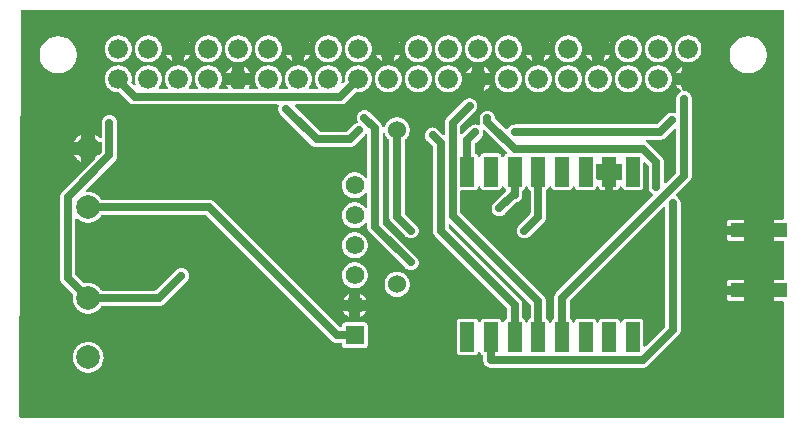
<source format=gbl>
G04 Layer: BottomLayer*
G04 EasyEDA v6.5.42, 2024-04-02 14:52:46*
G04 5a13a6d2cfb54f0dbe7fbbe2e4b841dc,acb5ada5342d49438264df6f97d5643c,10*
G04 Gerber Generator version 0.2*
G04 Scale: 100 percent, Rotated: No, Reflected: No *
G04 Dimensions in millimeters *
G04 leading zeros omitted , absolute positions ,4 integer and 5 decimal *
%FSLAX45Y45*%
%MOMM*%

%ADD10C,0.7000*%
%ADD11R,4.8000X1.2000*%
%ADD12C,1.5748*%
%ADD13R,1.5748X1.5748*%
%ADD14C,2.0000*%
%ADD15R,1.2000X2.5000*%
%ADD16C,1.6764*%
%ADD17C,1.5240*%
%ADD18C,0.6000*%
%ADD19C,0.0139*%

%LPD*%
G36*
X1026820Y4432808D02*
G01*
X1022908Y4433570D01*
X1019606Y4435805D01*
X1017422Y4439107D01*
X1016660Y4443018D01*
X1029208Y7823098D01*
X1029208Y7872222D01*
X1029969Y7876082D01*
X1032205Y7879384D01*
X1036015Y7883194D01*
X1039317Y7885430D01*
X1043178Y7886192D01*
X7482331Y7886192D01*
X7486243Y7885430D01*
X7489494Y7883194D01*
X7491730Y7879943D01*
X7492492Y7876031D01*
X7492492Y6121501D01*
X7491730Y6117590D01*
X7489494Y6114288D01*
X7486243Y6112103D01*
X7482331Y6111341D01*
X7403439Y6111341D01*
X7403439Y6057188D01*
X7482331Y6057188D01*
X7486243Y6056376D01*
X7489494Y6054191D01*
X7491730Y6050889D01*
X7492492Y6047028D01*
X7492492Y5994603D01*
X7491730Y5990742D01*
X7489494Y5987440D01*
X7486243Y5985256D01*
X7482331Y5984443D01*
X7403439Y5984443D01*
X7403439Y5930290D01*
X7482331Y5930290D01*
X7486243Y5929528D01*
X7489494Y5927344D01*
X7491730Y5924042D01*
X7492492Y5920130D01*
X7492492Y5611469D01*
X7491730Y5607608D01*
X7489494Y5604306D01*
X7486243Y5602071D01*
X7482331Y5601309D01*
X7403439Y5601309D01*
X7403439Y5547156D01*
X7482331Y5547156D01*
X7486243Y5546394D01*
X7489494Y5544159D01*
X7491730Y5540908D01*
X7492492Y5536996D01*
X7492492Y5484622D01*
X7491730Y5480710D01*
X7489494Y5477459D01*
X7486243Y5475224D01*
X7482331Y5474462D01*
X7403439Y5474462D01*
X7403439Y5420309D01*
X7482331Y5420309D01*
X7486243Y5419547D01*
X7489494Y5417312D01*
X7491730Y5414010D01*
X7492492Y5410149D01*
X7492492Y4442968D01*
X7491730Y4439056D01*
X7489494Y4435805D01*
X7486243Y4433570D01*
X7482331Y4432808D01*
G37*

%LPC*%
G36*
X1600200Y4813350D02*
G01*
X1615643Y4814265D01*
X1630832Y4817008D01*
X1645615Y4821529D01*
X1659788Y4827778D01*
X1673098Y4835652D01*
X1685391Y4844999D01*
X1696466Y4855768D01*
X1706219Y4867757D01*
X1714500Y4880864D01*
X1721104Y4894834D01*
X1726082Y4909464D01*
X1729282Y4924602D01*
X1730654Y4939995D01*
X1730197Y4955438D01*
X1727911Y4970729D01*
X1723796Y4985664D01*
X1718005Y4999990D01*
X1710537Y5013502D01*
X1701546Y5026101D01*
X1691081Y5037480D01*
X1679397Y5047589D01*
X1666544Y5056225D01*
X1652828Y5063286D01*
X1638300Y5068671D01*
X1623263Y5072278D01*
X1607921Y5074107D01*
X1592478Y5074107D01*
X1577136Y5072278D01*
X1562100Y5068671D01*
X1547622Y5063286D01*
X1533855Y5056225D01*
X1521002Y5047589D01*
X1509318Y5037480D01*
X1498854Y5026101D01*
X1489862Y5013502D01*
X1482394Y4999990D01*
X1476603Y4985664D01*
X1472488Y4970729D01*
X1470202Y4955438D01*
X1469745Y4939995D01*
X1471117Y4924602D01*
X1474317Y4909464D01*
X1479296Y4894834D01*
X1485950Y4880864D01*
X1494180Y4867757D01*
X1503934Y4855768D01*
X1515008Y4844999D01*
X1527302Y4835652D01*
X1540611Y4827778D01*
X1554784Y4821529D01*
X1569567Y4817008D01*
X1584756Y4814265D01*
G37*
G36*
X5012182Y4856022D02*
G01*
X6294069Y4856022D01*
X6304686Y4856886D01*
X6314694Y4859274D01*
X6324193Y4863236D01*
X6332931Y4868570D01*
X6341059Y4875530D01*
X6598208Y5132679D01*
X6605117Y5140756D01*
X6610502Y5149545D01*
X6614414Y5159044D01*
X6616852Y5169001D01*
X6617665Y5179669D01*
X6617665Y6247993D01*
X6616852Y6258661D01*
X6614414Y6268618D01*
X6610502Y6278118D01*
X6605117Y6286906D01*
X6598462Y6294678D01*
X6590639Y6301384D01*
X6581495Y6306870D01*
X6578193Y6309106D01*
X6576009Y6312408D01*
X6575247Y6316268D01*
X6576009Y6320180D01*
X6578193Y6323482D01*
X6691985Y6437274D01*
X6698945Y6445351D01*
X6704279Y6454140D01*
X6708241Y6463639D01*
X6710629Y6473596D01*
X6711492Y6484264D01*
X6711492Y7132777D01*
X6710629Y7143445D01*
X6708241Y7153402D01*
X6704279Y7162901D01*
X6698945Y7171690D01*
X6692239Y7179462D01*
X6684467Y7186168D01*
X6675678Y7191502D01*
X6666179Y7195464D01*
X6656222Y7197852D01*
X6645960Y7198664D01*
X6642912Y7198410D01*
X6638747Y7198969D01*
X6635191Y7201103D01*
X6632803Y7204456D01*
X6631940Y7208570D01*
X6631940Y7254240D01*
X6576822Y7254240D01*
X6580022Y7247432D01*
X6587744Y7235291D01*
X6596888Y7224268D01*
X6607352Y7214412D01*
X6616192Y7207961D01*
X6618884Y7205065D01*
X6620256Y7201357D01*
X6620103Y7197394D01*
X6618478Y7193788D01*
X6615531Y7191095D01*
X6607454Y7186168D01*
X6599681Y7179462D01*
X6592976Y7171690D01*
X6587642Y7162901D01*
X6583680Y7153402D01*
X6581292Y7143445D01*
X6580428Y7132777D01*
X6580428Y7022998D01*
X6579666Y7019086D01*
X6577482Y7015784D01*
X6574180Y7013600D01*
X6570268Y7012838D01*
X6566408Y7013600D01*
X6564274Y7014464D01*
X6554266Y7016902D01*
X6544056Y7017664D01*
X6533794Y7016902D01*
X6523786Y7014464D01*
X6514287Y7010552D01*
X6505549Y7005167D01*
X6497421Y6998258D01*
X6418986Y6919823D01*
X6415684Y6917588D01*
X6411823Y6916826D01*
X5212689Y6916826D01*
X5202072Y6916013D01*
X5192064Y6913575D01*
X5182565Y6909663D01*
X5173827Y6904278D01*
X5166004Y6897624D01*
X5159349Y6889800D01*
X5151272Y6876542D01*
X5147970Y6874357D01*
X5144058Y6873595D01*
X5140198Y6874357D01*
X5136896Y6876542D01*
X5048504Y6964934D01*
X5046472Y6967880D01*
X5045557Y6971334D01*
X5045049Y6977684D01*
X5042662Y6987692D01*
X5038699Y6997192D01*
X5033365Y7005929D01*
X5026660Y7013752D01*
X5018887Y7020407D01*
X5010099Y7025792D01*
X5000599Y7029703D01*
X4990642Y7032142D01*
X4980381Y7032904D01*
X4970119Y7032142D01*
X4960162Y7029703D01*
X4950663Y7025792D01*
X4941874Y7020407D01*
X4934102Y7013752D01*
X4927396Y7005929D01*
X4922062Y6997192D01*
X4918100Y6987692D01*
X4915712Y6977684D01*
X4914849Y6967067D01*
X4914849Y6940803D01*
X4915712Y6930186D01*
X4917389Y6923227D01*
X4917440Y6918807D01*
X4915611Y6914794D01*
X4912258Y6911898D01*
X4907991Y6910730D01*
X4903622Y6911492D01*
X4898542Y6913575D01*
X4888534Y6916013D01*
X4878324Y6916775D01*
X4868062Y6916013D01*
X4858054Y6913575D01*
X4848555Y6909663D01*
X4839817Y6904278D01*
X4831689Y6897370D01*
X4769510Y6835190D01*
X4766208Y6832955D01*
X4762347Y6832193D01*
X4758436Y6832955D01*
X4755134Y6835190D01*
X4752949Y6838442D01*
X4752187Y6842353D01*
X4752187Y6899859D01*
X4752949Y6903770D01*
X4755134Y6907022D01*
X4875326Y7027265D01*
X4882286Y7035342D01*
X4887620Y7044131D01*
X4891582Y7053630D01*
X4893970Y7063587D01*
X4894783Y7073849D01*
X4893970Y7084110D01*
X4891582Y7094067D01*
X4887620Y7103567D01*
X4882286Y7112355D01*
X4875580Y7120128D01*
X4867808Y7126833D01*
X4859020Y7132167D01*
X4849520Y7136130D01*
X4839563Y7138517D01*
X4829302Y7139330D01*
X4819040Y7138517D01*
X4809083Y7136130D01*
X4799584Y7132167D01*
X4790795Y7126833D01*
X4782718Y7119874D01*
X4640630Y6977786D01*
X4633671Y6969709D01*
X4628337Y6960920D01*
X4624374Y6951421D01*
X4621987Y6941464D01*
X4621123Y6930796D01*
X4621123Y6838492D01*
X4620361Y6834581D01*
X4618177Y6831330D01*
X4614875Y6829094D01*
X4610963Y6828332D01*
X4607102Y6829094D01*
X4603800Y6831330D01*
X4563770Y6871309D01*
X4555693Y6878269D01*
X4546904Y6883603D01*
X4537405Y6887565D01*
X4527448Y6889953D01*
X4517186Y6890766D01*
X4506925Y6889953D01*
X4496968Y6887565D01*
X4487468Y6883603D01*
X4478680Y6878269D01*
X4470908Y6871563D01*
X4464202Y6863791D01*
X4458868Y6855002D01*
X4454906Y6845503D01*
X4452518Y6835546D01*
X4451705Y6825284D01*
X4452518Y6815023D01*
X4454906Y6805066D01*
X4458868Y6795566D01*
X4464202Y6786778D01*
X4471162Y6778701D01*
X4517847Y6731965D01*
X4520082Y6728663D01*
X4520844Y6724802D01*
X4520844Y6015634D01*
X4521657Y6005017D01*
X4524095Y5995009D01*
X4528007Y5985510D01*
X4533392Y5976772D01*
X4540300Y5968644D01*
X5143296Y5365648D01*
X5145532Y5362346D01*
X5146294Y5358485D01*
X5146294Y5279136D01*
X5145633Y5275529D01*
X5143754Y5272430D01*
X5140909Y5270144D01*
X5134864Y5266944D01*
X5130241Y5263134D01*
X5126482Y5258511D01*
X5123637Y5253278D01*
X5121656Y5246573D01*
X5119573Y5242814D01*
X5116118Y5240274D01*
X5111699Y5239359D01*
X5107482Y5240274D01*
X5104028Y5242814D01*
X5101945Y5246573D01*
X5099964Y5253278D01*
X5097119Y5258511D01*
X5093360Y5263134D01*
X5088737Y5266944D01*
X5083454Y5269738D01*
X5077764Y5271465D01*
X5071313Y5272125D01*
X4952288Y5272125D01*
X4945837Y5271465D01*
X4940147Y5269738D01*
X4934864Y5266944D01*
X4930241Y5263134D01*
X4926482Y5258511D01*
X4923637Y5253278D01*
X4921656Y5246573D01*
X4919573Y5242814D01*
X4916119Y5240274D01*
X4911699Y5239359D01*
X4907483Y5240274D01*
X4904028Y5242814D01*
X4901946Y5246573D01*
X4899914Y5253278D01*
X4897120Y5258511D01*
X4893360Y5263134D01*
X4888738Y5266944D01*
X4883454Y5269738D01*
X4877765Y5271465D01*
X4871313Y5272125D01*
X4752289Y5272125D01*
X4745837Y5271465D01*
X4740148Y5269738D01*
X4734864Y5266944D01*
X4730242Y5263134D01*
X4726482Y5258511D01*
X4723638Y5253278D01*
X4721910Y5247538D01*
X4721301Y5241086D01*
X4721301Y4992116D01*
X4721910Y4985664D01*
X4723638Y4979924D01*
X4726482Y4974691D01*
X4730242Y4970068D01*
X4734864Y4966258D01*
X4740148Y4963464D01*
X4745837Y4961737D01*
X4752289Y4961077D01*
X4871313Y4961077D01*
X4877765Y4961737D01*
X4883454Y4963464D01*
X4888738Y4966258D01*
X4893360Y4970068D01*
X4897120Y4974691D01*
X4899914Y4979924D01*
X4901946Y4986629D01*
X4904028Y4990388D01*
X4907483Y4992928D01*
X4911902Y4993843D01*
X4916119Y4992928D01*
X4919573Y4990388D01*
X4921656Y4986629D01*
X4923637Y4979924D01*
X4926482Y4974691D01*
X4930241Y4970068D01*
X4934864Y4966258D01*
X4940909Y4963058D01*
X4943754Y4960772D01*
X4945634Y4957673D01*
X4946294Y4954066D01*
X4946294Y4921961D01*
X4947107Y4911293D01*
X4949545Y4901336D01*
X4953457Y4891836D01*
X4958842Y4883048D01*
X4965496Y4875276D01*
X4973320Y4868570D01*
X4982057Y4863236D01*
X4991557Y4859274D01*
X5001564Y4856886D01*
G37*
G36*
X3779520Y5022291D02*
G01*
X3935984Y5022291D01*
X3942435Y5022951D01*
X3948125Y5024678D01*
X3953408Y5027472D01*
X3958031Y5031282D01*
X3961841Y5035905D01*
X3964635Y5041188D01*
X3966362Y5046878D01*
X3967022Y5053330D01*
X3967022Y5209794D01*
X3966362Y5216245D01*
X3964635Y5221935D01*
X3961841Y5227218D01*
X3958031Y5231841D01*
X3953408Y5235651D01*
X3948125Y5238445D01*
X3942435Y5240172D01*
X3935984Y5240832D01*
X3779520Y5240832D01*
X3773068Y5240172D01*
X3767378Y5238445D01*
X3762095Y5235651D01*
X3757472Y5231841D01*
X3753662Y5227218D01*
X3750868Y5221935D01*
X3749141Y5216296D01*
X3748481Y5208320D01*
X3747414Y5204612D01*
X3745128Y5201615D01*
X3741826Y5199634D01*
X3738067Y5199024D01*
X3734308Y5199837D01*
X3731158Y5202021D01*
X2673248Y6259880D01*
X2665171Y6266840D01*
X2656382Y6272174D01*
X2646883Y6276136D01*
X2636926Y6278524D01*
X2626258Y6279388D01*
X1718716Y6279388D01*
X1715566Y6279845D01*
X1712722Y6281318D01*
X1710486Y6283604D01*
X1701546Y6296101D01*
X1691081Y6307480D01*
X1679397Y6317589D01*
X1666544Y6326225D01*
X1652828Y6333286D01*
X1638300Y6338671D01*
X1623263Y6342278D01*
X1607921Y6344107D01*
X1592478Y6344107D01*
X1589176Y6343700D01*
X1585010Y6344107D01*
X1581353Y6346088D01*
X1578813Y6349390D01*
X1577797Y6353403D01*
X1578508Y6357518D01*
X1580794Y6360972D01*
X1827123Y6607352D01*
X1834083Y6615480D01*
X1839417Y6624218D01*
X1843379Y6633718D01*
X1845767Y6643725D01*
X1846630Y6654342D01*
X1846630Y6931253D01*
X1845767Y6941921D01*
X1843379Y6951878D01*
X1839417Y6961378D01*
X1834083Y6970166D01*
X1827377Y6977938D01*
X1819605Y6984644D01*
X1810816Y6989978D01*
X1801317Y6993940D01*
X1791360Y6996328D01*
X1781098Y6997141D01*
X1770837Y6996328D01*
X1760880Y6993940D01*
X1751380Y6989978D01*
X1742592Y6984644D01*
X1734820Y6977938D01*
X1728114Y6970166D01*
X1722780Y6961378D01*
X1718818Y6951878D01*
X1716430Y6941921D01*
X1715566Y6931253D01*
X1715566Y6807758D01*
X1714804Y6803796D01*
X1712518Y6800443D01*
X1709115Y6798259D01*
X1705152Y6797598D01*
X1701190Y6798513D01*
X1697939Y6800900D01*
X1691081Y6808368D01*
X1679397Y6818477D01*
X1666544Y6827113D01*
X1656537Y6832244D01*
X1656537Y6771081D01*
X1705406Y6771081D01*
X1709318Y6770319D01*
X1712620Y6768134D01*
X1714804Y6764832D01*
X1715566Y6760921D01*
X1715566Y6685280D01*
X1714804Y6681419D01*
X1712620Y6678117D01*
X1695856Y6661353D01*
X1692554Y6659168D01*
X1688693Y6658406D01*
X1656537Y6658406D01*
X1656537Y6626250D01*
X1655775Y6622389D01*
X1653590Y6619087D01*
X1380896Y6346393D01*
X1373936Y6338265D01*
X1368602Y6329527D01*
X1364640Y6320028D01*
X1362252Y6310020D01*
X1361389Y6299403D01*
X1361389Y5618429D01*
X1362252Y5607761D01*
X1364640Y5597804D01*
X1368602Y5588304D01*
X1373936Y5579516D01*
X1380896Y5571439D01*
X1470101Y5482234D01*
X1472133Y5479288D01*
X1473047Y5475884D01*
X1470202Y5456326D01*
X1469745Y5440883D01*
X1471117Y5425490D01*
X1474317Y5410352D01*
X1479296Y5395722D01*
X1485950Y5381752D01*
X1494180Y5368645D01*
X1503934Y5356656D01*
X1515008Y5345887D01*
X1527302Y5336540D01*
X1540611Y5328666D01*
X1554784Y5322417D01*
X1569567Y5317896D01*
X1584756Y5315153D01*
X1600200Y5314238D01*
X1615643Y5315153D01*
X1630832Y5317896D01*
X1645615Y5322417D01*
X1659788Y5328666D01*
X1673098Y5336540D01*
X1685391Y5345887D01*
X1696466Y5356656D01*
X1706219Y5368645D01*
X1709877Y5374487D01*
X1712163Y5377027D01*
X1715160Y5378653D01*
X1718513Y5379212D01*
X2197100Y5379212D01*
X2207768Y5380075D01*
X2217724Y5382463D01*
X2227224Y5386425D01*
X2236012Y5391759D01*
X2244090Y5398719D01*
X2436063Y5590641D01*
X2442972Y5598769D01*
X2448356Y5607507D01*
X2452268Y5617006D01*
X2454706Y5627014D01*
X2455468Y5637225D01*
X2454706Y5647486D01*
X2452268Y5657494D01*
X2448356Y5666994D01*
X2442972Y5675731D01*
X2436317Y5683554D01*
X2428494Y5690209D01*
X2419756Y5695594D01*
X2410256Y5699506D01*
X2400249Y5701944D01*
X2390038Y5702706D01*
X2379776Y5701944D01*
X2369769Y5699506D01*
X2360269Y5695594D01*
X2351532Y5690209D01*
X2343404Y5683300D01*
X2173325Y5513222D01*
X2170074Y5511038D01*
X2166162Y5510276D01*
X1718716Y5510276D01*
X1715566Y5510733D01*
X1712722Y5512206D01*
X1710486Y5514492D01*
X1701546Y5526989D01*
X1691081Y5538368D01*
X1679397Y5548477D01*
X1666544Y5557113D01*
X1652828Y5564174D01*
X1638300Y5569559D01*
X1623263Y5573166D01*
X1607921Y5574995D01*
X1592478Y5574995D01*
X1577136Y5573166D01*
X1572412Y5572048D01*
X1569008Y5571794D01*
X1565656Y5572760D01*
X1562862Y5574741D01*
X1495399Y5642203D01*
X1493215Y5645454D01*
X1492453Y5649366D01*
X1492453Y6112916D01*
X1493215Y6116777D01*
X1495348Y6120079D01*
X1498650Y6122263D01*
X1502511Y6123076D01*
X1506372Y6122365D01*
X1509674Y6120180D01*
X1515008Y6114999D01*
X1527302Y6105652D01*
X1540611Y6097778D01*
X1554784Y6091529D01*
X1569567Y6087008D01*
X1584756Y6084265D01*
X1600200Y6083350D01*
X1615643Y6084265D01*
X1630832Y6087008D01*
X1645615Y6091529D01*
X1659788Y6097778D01*
X1673098Y6105652D01*
X1685391Y6114999D01*
X1696466Y6125768D01*
X1706219Y6137757D01*
X1709877Y6143599D01*
X1712163Y6146139D01*
X1715160Y6147765D01*
X1718513Y6148324D01*
X2595321Y6148324D01*
X2599232Y6147562D01*
X2602484Y6145377D01*
X3662375Y5085537D01*
X3670452Y5078577D01*
X3679240Y5073243D01*
X3688740Y5069281D01*
X3698697Y5066893D01*
X3709365Y5066030D01*
X3738321Y5066030D01*
X3742232Y5065268D01*
X3745534Y5063083D01*
X3747719Y5059781D01*
X3748481Y5055870D01*
X3748481Y5053330D01*
X3749141Y5046878D01*
X3750868Y5041188D01*
X3753662Y5035905D01*
X3757472Y5031282D01*
X3762095Y5027472D01*
X3767378Y5024678D01*
X3773068Y5022951D01*
G37*
G36*
X3903472Y5286451D02*
G01*
X3905148Y5287162D01*
X3917340Y5294020D01*
X3928567Y5302402D01*
X3938625Y5312105D01*
X3947312Y5323078D01*
X3954576Y5335016D01*
X3956710Y5339842D01*
X3903472Y5339842D01*
G37*
G36*
X3812032Y5286451D02*
G01*
X3812032Y5339842D01*
X3758793Y5339842D01*
X3760927Y5335016D01*
X3768191Y5323078D01*
X3776878Y5312105D01*
X3786936Y5302402D01*
X3798163Y5294020D01*
X3810355Y5287162D01*
G37*
G36*
X7037628Y5420309D02*
G01*
X7150760Y5420309D01*
X7150760Y5474462D01*
X7006590Y5474462D01*
X7006590Y5451297D01*
X7007250Y5444845D01*
X7008977Y5439156D01*
X7011771Y5433872D01*
X7015581Y5429250D01*
X7020204Y5425490D01*
X7025436Y5422646D01*
X7031177Y5420918D01*
G37*
G36*
X3758641Y5431282D02*
G01*
X3812032Y5431282D01*
X3812032Y5484520D01*
X3804158Y5480710D01*
X3792423Y5473090D01*
X3781755Y5464048D01*
X3772357Y5453684D01*
X3764330Y5442204D01*
G37*
G36*
X3903472Y5431282D02*
G01*
X3956862Y5431282D01*
X3951173Y5442204D01*
X3943146Y5453684D01*
X3933748Y5464048D01*
X3923080Y5473090D01*
X3911346Y5480710D01*
X3903472Y5484520D01*
G37*
G36*
X4216400Y5455920D02*
G01*
X4230319Y5456834D01*
X4244035Y5459526D01*
X4257243Y5464048D01*
X4269740Y5470194D01*
X4281322Y5477967D01*
X4291838Y5487162D01*
X4301032Y5497677D01*
X4308805Y5509260D01*
X4314952Y5521756D01*
X4319473Y5534964D01*
X4322165Y5548680D01*
X4323080Y5562600D01*
X4322165Y5576519D01*
X4319473Y5590235D01*
X4314952Y5603443D01*
X4308805Y5615940D01*
X4301032Y5627522D01*
X4291838Y5638038D01*
X4281322Y5647232D01*
X4269740Y5655005D01*
X4257243Y5661152D01*
X4244035Y5665673D01*
X4230319Y5668365D01*
X4216400Y5669280D01*
X4202480Y5668365D01*
X4188764Y5665673D01*
X4175556Y5661152D01*
X4163060Y5655005D01*
X4151477Y5647232D01*
X4140962Y5638038D01*
X4131767Y5627522D01*
X4123994Y5615940D01*
X4117848Y5603443D01*
X4113326Y5590235D01*
X4110634Y5576519D01*
X4109720Y5562600D01*
X4110634Y5548680D01*
X4113326Y5534964D01*
X4117848Y5521756D01*
X4123994Y5509260D01*
X4131767Y5497677D01*
X4140962Y5487162D01*
X4151477Y5477967D01*
X4163060Y5470194D01*
X4175556Y5464048D01*
X4188764Y5459526D01*
X4202480Y5456834D01*
G37*
G36*
X3850741Y5530545D02*
G01*
X3864762Y5530545D01*
X3878630Y5532374D01*
X3892194Y5535879D01*
X3905148Y5541162D01*
X3917340Y5548020D01*
X3928567Y5556402D01*
X3938625Y5566105D01*
X3947312Y5577078D01*
X3954576Y5589016D01*
X3960266Y5601817D01*
X3964228Y5615279D01*
X3966464Y5629097D01*
X3966921Y5643067D01*
X3965600Y5656986D01*
X3962450Y5670651D01*
X3957624Y5683758D01*
X3951173Y5696204D01*
X3943146Y5707684D01*
X3933748Y5718048D01*
X3923080Y5727090D01*
X3911346Y5734710D01*
X3898747Y5740806D01*
X3885437Y5745226D01*
X3871722Y5747867D01*
X3857751Y5748782D01*
X3843782Y5747867D01*
X3830065Y5745226D01*
X3816756Y5740806D01*
X3804158Y5734710D01*
X3792423Y5727090D01*
X3781755Y5718048D01*
X3772357Y5707684D01*
X3764330Y5696204D01*
X3757879Y5683758D01*
X3753053Y5670651D01*
X3749903Y5656986D01*
X3748582Y5643067D01*
X3749040Y5629097D01*
X3751275Y5615279D01*
X3755237Y5601817D01*
X3760927Y5589016D01*
X3768191Y5577078D01*
X3776878Y5566105D01*
X3786936Y5556402D01*
X3798163Y5548020D01*
X3810355Y5541162D01*
X3823309Y5535879D01*
X3836873Y5532374D01*
G37*
G36*
X7006590Y5547156D02*
G01*
X7150760Y5547156D01*
X7150760Y5601309D01*
X7037628Y5601309D01*
X7031177Y5600700D01*
X7025436Y5598972D01*
X7020204Y5596128D01*
X7015581Y5592368D01*
X7011771Y5587746D01*
X7008977Y5582462D01*
X7007250Y5576773D01*
X7006590Y5570321D01*
G37*
G36*
X4333748Y5682234D02*
G01*
X4344009Y5683046D01*
X4353966Y5685434D01*
X4363466Y5689396D01*
X4372254Y5694730D01*
X4380026Y5701436D01*
X4386732Y5709208D01*
X4392066Y5717997D01*
X4396028Y5727496D01*
X4398416Y5737453D01*
X4399229Y5747715D01*
X4398416Y5757976D01*
X4396028Y5767933D01*
X4392066Y5777433D01*
X4386732Y5786221D01*
X4379772Y5794298D01*
X4098696Y6075426D01*
X4096461Y6078728D01*
X4095699Y6082588D01*
X4095699Y6833565D01*
X4096512Y6837527D01*
X4098798Y6840880D01*
X4102252Y6843014D01*
X4106265Y6843674D01*
X4110177Y6842759D01*
X4113428Y6840321D01*
X4115460Y6836816D01*
X4117848Y6829856D01*
X4123994Y6817359D01*
X4131767Y6805777D01*
X4140962Y6795262D01*
X4147413Y6789572D01*
X4150004Y6786118D01*
X4150868Y6781952D01*
X4150868Y6135725D01*
X4151731Y6125057D01*
X4154119Y6115100D01*
X4158081Y6105601D01*
X4163415Y6096812D01*
X4170375Y6088735D01*
X4287164Y5971946D01*
X4295241Y5964986D01*
X4304030Y5959652D01*
X4313529Y5955690D01*
X4323486Y5953302D01*
X4333748Y5952490D01*
X4344009Y5953302D01*
X4353966Y5955690D01*
X4363466Y5959652D01*
X4372254Y5964986D01*
X4380026Y5971692D01*
X4386732Y5979464D01*
X4392066Y5988253D01*
X4396028Y5997752D01*
X4398416Y6007709D01*
X4399229Y6017971D01*
X4398416Y6028232D01*
X4396028Y6038189D01*
X4392066Y6047689D01*
X4386732Y6056477D01*
X4379772Y6064554D01*
X4284878Y6159500D01*
X4282694Y6162751D01*
X4281932Y6166662D01*
X4281932Y6781952D01*
X4282795Y6786118D01*
X4285386Y6789572D01*
X4291838Y6795262D01*
X4301032Y6805777D01*
X4308805Y6817359D01*
X4314952Y6829856D01*
X4319473Y6843064D01*
X4322165Y6856780D01*
X4323080Y6870700D01*
X4322165Y6884619D01*
X4319473Y6898335D01*
X4314952Y6911543D01*
X4308805Y6924040D01*
X4301032Y6935622D01*
X4291838Y6946138D01*
X4281322Y6955332D01*
X4269740Y6963105D01*
X4257243Y6969252D01*
X4244035Y6973773D01*
X4230319Y6976465D01*
X4216400Y6977380D01*
X4202480Y6976465D01*
X4188764Y6973773D01*
X4175556Y6969252D01*
X4163060Y6963105D01*
X4151477Y6955332D01*
X4140962Y6946138D01*
X4131767Y6935622D01*
X4123994Y6924040D01*
X4117848Y6911543D01*
X4113072Y6897420D01*
X4110837Y6893712D01*
X4107281Y6891274D01*
X4103014Y6890512D01*
X4098798Y6891629D01*
X4095445Y6894372D01*
X4093565Y6898284D01*
X4092448Y6902958D01*
X4088536Y6912457D01*
X4083151Y6921195D01*
X4076242Y6929323D01*
X3986377Y7019188D01*
X3978249Y7026097D01*
X3969512Y7031481D01*
X3960012Y7035393D01*
X3950004Y7037831D01*
X3939794Y7038594D01*
X3929532Y7037831D01*
X3919524Y7035393D01*
X3910025Y7031481D01*
X3901287Y7026097D01*
X3893464Y7019442D01*
X3886809Y7011619D01*
X3881424Y7002881D01*
X3877513Y6993381D01*
X3875074Y6983374D01*
X3874312Y6973112D01*
X3875074Y6962902D01*
X3877513Y6952894D01*
X3881526Y6943191D01*
X3882288Y6938873D01*
X3881221Y6934657D01*
X3878427Y6931304D01*
X3874515Y6929424D01*
X3870045Y6928307D01*
X3860546Y6924395D01*
X3851757Y6919010D01*
X3843680Y6912102D01*
X3789476Y6857898D01*
X3786174Y6855714D01*
X3782314Y6854952D01*
X3567582Y6854952D01*
X3563721Y6855714D01*
X3560419Y6857898D01*
X3350056Y7068312D01*
X3347821Y7071563D01*
X3347059Y7075474D01*
X3347821Y7079386D01*
X3350056Y7082637D01*
X3353308Y7084872D01*
X3357219Y7085634D01*
X3734460Y7085634D01*
X3745077Y7086447D01*
X3755085Y7088886D01*
X3764584Y7092797D01*
X3773322Y7098182D01*
X3781450Y7105091D01*
X3862832Y7186472D01*
X3865321Y7188301D01*
X3868216Y7189317D01*
X3871315Y7189368D01*
X3879037Y7188403D01*
X3893362Y7188403D01*
X3907637Y7190231D01*
X3921506Y7193788D01*
X3934866Y7199071D01*
X3947464Y7205980D01*
X3959047Y7214412D01*
X3969512Y7224268D01*
X3978656Y7235291D01*
X3986377Y7247432D01*
X3992473Y7260437D01*
X3996893Y7274052D01*
X3999585Y7288174D01*
X4000500Y7302500D01*
X3999585Y7316825D01*
X3996893Y7330948D01*
X3992473Y7344562D01*
X3986377Y7357567D01*
X3978656Y7369708D01*
X3969512Y7380731D01*
X3959047Y7390587D01*
X3947464Y7399020D01*
X3934866Y7405928D01*
X3921506Y7411212D01*
X3907637Y7414768D01*
X3893362Y7416596D01*
X3879037Y7416596D01*
X3864762Y7414768D01*
X3850894Y7411212D01*
X3837533Y7405928D01*
X3824935Y7399020D01*
X3813352Y7390587D01*
X3802887Y7380731D01*
X3793744Y7369708D01*
X3786022Y7357567D01*
X3779926Y7344562D01*
X3775506Y7330948D01*
X3772814Y7316825D01*
X3771900Y7302500D01*
X3772915Y7284770D01*
X3771950Y7281621D01*
X3770020Y7278979D01*
X3761028Y7269988D01*
X3757422Y7267651D01*
X3753205Y7267041D01*
X3749090Y7268159D01*
X3745839Y7270953D01*
X3743960Y7274763D01*
X3743858Y7279081D01*
X3745585Y7288174D01*
X3746500Y7302500D01*
X3745585Y7316825D01*
X3742893Y7330948D01*
X3738473Y7344562D01*
X3732377Y7357567D01*
X3724656Y7369708D01*
X3715512Y7380731D01*
X3705047Y7390587D01*
X3693464Y7399020D01*
X3680866Y7405928D01*
X3667506Y7411212D01*
X3653637Y7414768D01*
X3639362Y7416596D01*
X3625037Y7416596D01*
X3610762Y7414768D01*
X3596894Y7411212D01*
X3583533Y7405928D01*
X3570935Y7399020D01*
X3559352Y7390587D01*
X3548887Y7380731D01*
X3539744Y7369708D01*
X3532022Y7357567D01*
X3525926Y7344562D01*
X3521506Y7330948D01*
X3518814Y7316825D01*
X3517900Y7302500D01*
X3518814Y7288174D01*
X3521506Y7274052D01*
X3525926Y7260437D01*
X3532022Y7247432D01*
X3539744Y7235291D01*
X3541420Y7233310D01*
X3543249Y7229957D01*
X3543706Y7226147D01*
X3542741Y7222490D01*
X3540506Y7219391D01*
X3537305Y7217359D01*
X3533546Y7216648D01*
X3476853Y7216648D01*
X3473094Y7217359D01*
X3469894Y7219391D01*
X3467658Y7222490D01*
X3466693Y7226147D01*
X3467150Y7229957D01*
X3468979Y7233310D01*
X3470656Y7235291D01*
X3478377Y7247432D01*
X3484473Y7260437D01*
X3488893Y7274052D01*
X3491585Y7288174D01*
X3492500Y7302500D01*
X3491585Y7316825D01*
X3488893Y7330948D01*
X3484473Y7344562D01*
X3478377Y7357567D01*
X3470656Y7369708D01*
X3461512Y7380731D01*
X3451047Y7390587D01*
X3439464Y7399020D01*
X3426866Y7405928D01*
X3413506Y7411212D01*
X3399637Y7414768D01*
X3385362Y7416596D01*
X3371037Y7416596D01*
X3356762Y7414768D01*
X3342894Y7411212D01*
X3329533Y7405928D01*
X3316935Y7399020D01*
X3305352Y7390587D01*
X3294887Y7380731D01*
X3285744Y7369708D01*
X3278022Y7357567D01*
X3271926Y7344562D01*
X3267506Y7330948D01*
X3264814Y7316825D01*
X3263900Y7302500D01*
X3264814Y7288174D01*
X3267506Y7274052D01*
X3271926Y7260437D01*
X3278022Y7247432D01*
X3285744Y7235291D01*
X3287420Y7233310D01*
X3289249Y7229957D01*
X3289706Y7226147D01*
X3288741Y7222490D01*
X3286506Y7219391D01*
X3283305Y7217359D01*
X3279546Y7216648D01*
X3222853Y7216648D01*
X3219094Y7217359D01*
X3215894Y7219391D01*
X3213658Y7222490D01*
X3212693Y7226147D01*
X3213150Y7229957D01*
X3214979Y7233310D01*
X3216656Y7235291D01*
X3224377Y7247432D01*
X3230473Y7260437D01*
X3234893Y7274052D01*
X3237585Y7288174D01*
X3238500Y7302500D01*
X3237585Y7316825D01*
X3234893Y7330948D01*
X3230473Y7344562D01*
X3224377Y7357567D01*
X3216656Y7369708D01*
X3207512Y7380731D01*
X3197047Y7390587D01*
X3185464Y7399020D01*
X3172866Y7405928D01*
X3159506Y7411212D01*
X3145637Y7414768D01*
X3131362Y7416596D01*
X3117037Y7416596D01*
X3102762Y7414768D01*
X3088894Y7411212D01*
X3075533Y7405928D01*
X3062935Y7399020D01*
X3051352Y7390587D01*
X3040888Y7380731D01*
X3031744Y7369708D01*
X3024022Y7357567D01*
X3017926Y7344562D01*
X3013506Y7330948D01*
X3010814Y7316825D01*
X3009900Y7302500D01*
X3010814Y7288174D01*
X3013506Y7274052D01*
X3017926Y7260437D01*
X3024022Y7247432D01*
X3031744Y7235291D01*
X3033420Y7233310D01*
X3035249Y7229957D01*
X3035706Y7226147D01*
X3034741Y7222490D01*
X3032506Y7219391D01*
X3029305Y7217359D01*
X3025546Y7216648D01*
X2968853Y7216648D01*
X2965094Y7217359D01*
X2961894Y7219391D01*
X2959658Y7222490D01*
X2958693Y7226147D01*
X2959150Y7229957D01*
X2960979Y7233310D01*
X2962656Y7235291D01*
X2970377Y7247432D01*
X2973578Y7254240D01*
X2918460Y7254240D01*
X2918460Y7226808D01*
X2917698Y7222896D01*
X2915462Y7219645D01*
X2912211Y7217409D01*
X2908300Y7216648D01*
X2832100Y7216648D01*
X2828188Y7217409D01*
X2824937Y7219645D01*
X2822702Y7222896D01*
X2821940Y7226808D01*
X2821940Y7254240D01*
X2766822Y7254240D01*
X2770022Y7247432D01*
X2777744Y7235291D01*
X2779420Y7233310D01*
X2781249Y7229957D01*
X2781706Y7226147D01*
X2780741Y7222490D01*
X2778506Y7219391D01*
X2775305Y7217359D01*
X2771546Y7216648D01*
X2714853Y7216648D01*
X2711094Y7217359D01*
X2707894Y7219391D01*
X2705658Y7222490D01*
X2704693Y7226147D01*
X2705150Y7229957D01*
X2706979Y7233310D01*
X2708656Y7235291D01*
X2716377Y7247432D01*
X2722473Y7260437D01*
X2726893Y7274052D01*
X2729585Y7288174D01*
X2730500Y7302500D01*
X2729585Y7316825D01*
X2726893Y7330948D01*
X2722473Y7344562D01*
X2716377Y7357567D01*
X2708656Y7369708D01*
X2699512Y7380731D01*
X2689047Y7390587D01*
X2677464Y7399020D01*
X2664866Y7405928D01*
X2651506Y7411212D01*
X2637637Y7414768D01*
X2623362Y7416596D01*
X2609037Y7416596D01*
X2594762Y7414768D01*
X2580894Y7411212D01*
X2567533Y7405928D01*
X2554935Y7399020D01*
X2543352Y7390587D01*
X2532888Y7380731D01*
X2523744Y7369708D01*
X2516022Y7357567D01*
X2509926Y7344562D01*
X2505506Y7330948D01*
X2502814Y7316825D01*
X2501900Y7302500D01*
X2502814Y7288174D01*
X2505506Y7274052D01*
X2509926Y7260437D01*
X2516022Y7247432D01*
X2523744Y7235291D01*
X2525420Y7233310D01*
X2527249Y7229957D01*
X2527706Y7226147D01*
X2526741Y7222490D01*
X2524506Y7219391D01*
X2521305Y7217359D01*
X2517546Y7216648D01*
X2460853Y7216648D01*
X2457094Y7217359D01*
X2453894Y7219391D01*
X2451658Y7222490D01*
X2450693Y7226147D01*
X2451150Y7229957D01*
X2452979Y7233310D01*
X2454656Y7235291D01*
X2462377Y7247432D01*
X2468473Y7260437D01*
X2472893Y7274052D01*
X2475585Y7288174D01*
X2476500Y7302500D01*
X2475585Y7316825D01*
X2472893Y7330948D01*
X2468473Y7344562D01*
X2462377Y7357567D01*
X2454656Y7369708D01*
X2445512Y7380731D01*
X2435047Y7390587D01*
X2423464Y7399020D01*
X2410866Y7405928D01*
X2397506Y7411212D01*
X2383637Y7414768D01*
X2369362Y7416596D01*
X2355037Y7416596D01*
X2340762Y7414768D01*
X2326894Y7411212D01*
X2313533Y7405928D01*
X2300935Y7399020D01*
X2289352Y7390587D01*
X2278888Y7380731D01*
X2269744Y7369708D01*
X2262022Y7357567D01*
X2255926Y7344562D01*
X2251506Y7330948D01*
X2248814Y7316825D01*
X2247900Y7302500D01*
X2248814Y7288174D01*
X2251506Y7274052D01*
X2255926Y7260437D01*
X2262022Y7247432D01*
X2269744Y7235291D01*
X2271420Y7233310D01*
X2273249Y7229957D01*
X2273706Y7226147D01*
X2272741Y7222490D01*
X2270506Y7219391D01*
X2267305Y7217359D01*
X2263546Y7216648D01*
X2206853Y7216648D01*
X2203094Y7217359D01*
X2199894Y7219391D01*
X2197658Y7222490D01*
X2196693Y7226147D01*
X2197150Y7229957D01*
X2198979Y7233310D01*
X2200656Y7235291D01*
X2208377Y7247432D01*
X2214473Y7260437D01*
X2218893Y7274052D01*
X2221585Y7288174D01*
X2222500Y7302500D01*
X2221585Y7316825D01*
X2218893Y7330948D01*
X2214473Y7344562D01*
X2208377Y7357567D01*
X2200656Y7369708D01*
X2191512Y7380731D01*
X2181047Y7390587D01*
X2169464Y7399020D01*
X2156866Y7405928D01*
X2143506Y7411212D01*
X2129637Y7414768D01*
X2115362Y7416596D01*
X2101037Y7416596D01*
X2086762Y7414768D01*
X2072893Y7411212D01*
X2059533Y7405928D01*
X2046935Y7399020D01*
X2035352Y7390587D01*
X2024888Y7380731D01*
X2015743Y7369708D01*
X2008022Y7357567D01*
X2001926Y7344562D01*
X1997506Y7330948D01*
X1994814Y7316825D01*
X1993900Y7302500D01*
X1994814Y7288174D01*
X1997506Y7274052D01*
X2001215Y7262622D01*
X2001621Y7258151D01*
X2000046Y7253935D01*
X1996846Y7250785D01*
X1992630Y7249363D01*
X1988159Y7249871D01*
X1984349Y7252258D01*
X1968347Y7268311D01*
X1966417Y7270953D01*
X1965452Y7274102D01*
X1965553Y7277404D01*
X1967585Y7288174D01*
X1968500Y7302500D01*
X1967585Y7316825D01*
X1964893Y7330948D01*
X1960473Y7344562D01*
X1954377Y7357567D01*
X1946656Y7369708D01*
X1937512Y7380731D01*
X1927047Y7390587D01*
X1915464Y7399020D01*
X1902866Y7405928D01*
X1889506Y7411212D01*
X1875637Y7414768D01*
X1861362Y7416596D01*
X1847037Y7416596D01*
X1832762Y7414768D01*
X1818893Y7411212D01*
X1805533Y7405928D01*
X1792935Y7399020D01*
X1781352Y7390587D01*
X1770888Y7380731D01*
X1761743Y7369708D01*
X1754022Y7357567D01*
X1747926Y7344562D01*
X1743506Y7330948D01*
X1740814Y7316825D01*
X1739900Y7302500D01*
X1740814Y7288174D01*
X1743506Y7274052D01*
X1747926Y7260437D01*
X1754022Y7247432D01*
X1761743Y7235291D01*
X1770888Y7224268D01*
X1781352Y7214412D01*
X1792935Y7205980D01*
X1805533Y7199071D01*
X1818893Y7193788D01*
X1832762Y7190231D01*
X1847037Y7188403D01*
X1858721Y7188403D01*
X1862632Y7187641D01*
X1865934Y7185456D01*
X1946249Y7105091D01*
X1954377Y7098182D01*
X1963115Y7092797D01*
X1972614Y7088886D01*
X1982622Y7086447D01*
X1993239Y7085634D01*
X3203194Y7085634D01*
X3207054Y7084872D01*
X3210356Y7082637D01*
X3212592Y7079386D01*
X3213354Y7075474D01*
X3210001Y7061250D01*
X3209239Y7050989D01*
X3210001Y7040727D01*
X3212439Y7030770D01*
X3216351Y7021271D01*
X3221736Y7012482D01*
X3228644Y7004405D01*
X3489655Y6743395D01*
X3497783Y6736435D01*
X3506520Y6731101D01*
X3516020Y6727139D01*
X3526028Y6724751D01*
X3536645Y6723888D01*
X3813251Y6723888D01*
X3823868Y6724751D01*
X3833876Y6727139D01*
X3843375Y6731101D01*
X3852113Y6736435D01*
X3860241Y6743395D01*
X3936288Y6819442D01*
X3943248Y6827570D01*
X3945839Y6831838D01*
X3948887Y6834987D01*
X3952951Y6836562D01*
X3957269Y6836308D01*
X3961129Y6834276D01*
X3963771Y6830771D01*
X3964686Y6826554D01*
X3964686Y6471107D01*
X3963771Y6466941D01*
X3961282Y6463538D01*
X3957574Y6461404D01*
X3953357Y6461048D01*
X3949293Y6462420D01*
X3946194Y6465316D01*
X3943146Y6469684D01*
X3933748Y6480048D01*
X3923080Y6489090D01*
X3911346Y6496710D01*
X3898747Y6502806D01*
X3885437Y6507226D01*
X3871722Y6509867D01*
X3857751Y6510781D01*
X3843782Y6509867D01*
X3830065Y6507226D01*
X3816756Y6502806D01*
X3804158Y6496710D01*
X3792423Y6489090D01*
X3781755Y6480048D01*
X3772357Y6469684D01*
X3764330Y6458204D01*
X3757879Y6445758D01*
X3753053Y6432651D01*
X3749903Y6418986D01*
X3748582Y6405067D01*
X3749040Y6391097D01*
X3751275Y6377279D01*
X3755237Y6363817D01*
X3760927Y6351016D01*
X3768191Y6339078D01*
X3776878Y6328105D01*
X3786936Y6318402D01*
X3798163Y6310020D01*
X3810355Y6303162D01*
X3823309Y6297879D01*
X3836873Y6294374D01*
X3850741Y6292545D01*
X3864762Y6292545D01*
X3878630Y6294374D01*
X3892194Y6297879D01*
X3905148Y6303162D01*
X3917340Y6310020D01*
X3928567Y6318402D01*
X3938625Y6328105D01*
X3946601Y6338112D01*
X3949801Y6340754D01*
X3953764Y6341922D01*
X3957878Y6341364D01*
X3961434Y6339230D01*
X3963822Y6335826D01*
X3964686Y6331813D01*
X3964686Y6217107D01*
X3963771Y6212941D01*
X3961282Y6209538D01*
X3957574Y6207404D01*
X3953357Y6207048D01*
X3949293Y6208420D01*
X3946194Y6211316D01*
X3943146Y6215684D01*
X3933748Y6226048D01*
X3923080Y6235090D01*
X3911346Y6242710D01*
X3898747Y6248806D01*
X3885437Y6253226D01*
X3871722Y6255867D01*
X3857751Y6256782D01*
X3843782Y6255867D01*
X3830065Y6253226D01*
X3816756Y6248806D01*
X3804158Y6242710D01*
X3792423Y6235090D01*
X3781755Y6226048D01*
X3772357Y6215684D01*
X3764330Y6204204D01*
X3757879Y6191758D01*
X3753053Y6178651D01*
X3749903Y6164986D01*
X3748582Y6151067D01*
X3749040Y6137097D01*
X3751275Y6123279D01*
X3755237Y6109817D01*
X3760927Y6097016D01*
X3768191Y6085078D01*
X3776878Y6074105D01*
X3786936Y6064402D01*
X3798163Y6056020D01*
X3810355Y6049162D01*
X3823309Y6043879D01*
X3836873Y6040374D01*
X3850741Y6038545D01*
X3864762Y6038545D01*
X3878630Y6040374D01*
X3892194Y6043879D01*
X3905148Y6049162D01*
X3917340Y6056020D01*
X3928567Y6064402D01*
X3938625Y6074105D01*
X3946601Y6084112D01*
X3949801Y6086754D01*
X3953764Y6087922D01*
X3957878Y6087364D01*
X3961434Y6085230D01*
X3963822Y6081826D01*
X3964686Y6077813D01*
X3964686Y6051651D01*
X3965498Y6041034D01*
X3967937Y6031026D01*
X3971848Y6021527D01*
X3977233Y6012789D01*
X3984142Y6004661D01*
X4287164Y5701690D01*
X4295241Y5694730D01*
X4304030Y5689396D01*
X4313529Y5685434D01*
X4323486Y5683046D01*
G37*
G36*
X3850741Y5784545D02*
G01*
X3864762Y5784545D01*
X3878630Y5786374D01*
X3892194Y5789879D01*
X3905148Y5795162D01*
X3917340Y5802020D01*
X3928567Y5810402D01*
X3938625Y5820105D01*
X3947312Y5831078D01*
X3954576Y5843016D01*
X3960266Y5855817D01*
X3964228Y5869279D01*
X3966464Y5883097D01*
X3966921Y5897067D01*
X3965600Y5910986D01*
X3962450Y5924651D01*
X3957624Y5937758D01*
X3951173Y5950204D01*
X3943146Y5961684D01*
X3933748Y5972048D01*
X3923080Y5981090D01*
X3911346Y5988710D01*
X3898747Y5994806D01*
X3885437Y5999226D01*
X3871722Y6001867D01*
X3857751Y6002782D01*
X3843782Y6001867D01*
X3830065Y5999226D01*
X3816756Y5994806D01*
X3804158Y5988710D01*
X3792423Y5981090D01*
X3781755Y5972048D01*
X3772357Y5961684D01*
X3764330Y5950204D01*
X3757879Y5937758D01*
X3753053Y5924651D01*
X3749903Y5910986D01*
X3748582Y5897067D01*
X3749040Y5883097D01*
X3751275Y5869279D01*
X3755237Y5855817D01*
X3760927Y5843016D01*
X3768191Y5831078D01*
X3776878Y5820105D01*
X3786936Y5810402D01*
X3798163Y5802020D01*
X3810355Y5795162D01*
X3823309Y5789879D01*
X3836873Y5786374D01*
G37*
G36*
X7037628Y5930290D02*
G01*
X7150760Y5930290D01*
X7150760Y5984443D01*
X7006590Y5984443D01*
X7006590Y5961329D01*
X7007250Y5954877D01*
X7008977Y5949137D01*
X7011771Y5943904D01*
X7015581Y5939282D01*
X7020204Y5935472D01*
X7025436Y5932678D01*
X7031177Y5930950D01*
G37*
G36*
X7006590Y6057188D02*
G01*
X7150760Y6057188D01*
X7150760Y6111341D01*
X7037628Y6111341D01*
X7031177Y6110681D01*
X7025436Y6108954D01*
X7020204Y6106160D01*
X7015581Y6102350D01*
X7011771Y6097727D01*
X7008977Y6092494D01*
X7007250Y6086754D01*
X7006590Y6080302D01*
G37*
G36*
X1543862Y6597243D02*
G01*
X1543862Y6658406D01*
X1482750Y6658406D01*
X1485950Y6651752D01*
X1494180Y6638645D01*
X1503934Y6626656D01*
X1515008Y6615887D01*
X1527302Y6606540D01*
X1540611Y6598666D01*
G37*
G36*
X1482496Y6771081D02*
G01*
X1543862Y6771081D01*
X1543862Y6832244D01*
X1533855Y6827113D01*
X1521002Y6818477D01*
X1509318Y6808368D01*
X1498854Y6796989D01*
X1489862Y6784390D01*
G37*
G36*
X5403037Y7188403D02*
G01*
X5417362Y7188403D01*
X5431637Y7190231D01*
X5445506Y7193788D01*
X5458866Y7199071D01*
X5471464Y7205980D01*
X5483047Y7214412D01*
X5493512Y7224268D01*
X5502656Y7235291D01*
X5510377Y7247432D01*
X5516473Y7260437D01*
X5520893Y7274052D01*
X5523585Y7288174D01*
X5524500Y7302500D01*
X5523585Y7316825D01*
X5520893Y7330948D01*
X5516473Y7344562D01*
X5510377Y7357567D01*
X5502656Y7369708D01*
X5493512Y7380731D01*
X5483047Y7390587D01*
X5471464Y7399020D01*
X5458866Y7405928D01*
X5445506Y7411212D01*
X5431637Y7414768D01*
X5417362Y7416596D01*
X5403037Y7416596D01*
X5388762Y7414768D01*
X5374894Y7411212D01*
X5361533Y7405928D01*
X5348935Y7399020D01*
X5337352Y7390587D01*
X5326888Y7380731D01*
X5317744Y7369708D01*
X5310022Y7357567D01*
X5303926Y7344562D01*
X5299506Y7330948D01*
X5296814Y7316825D01*
X5295900Y7302500D01*
X5296814Y7288174D01*
X5299506Y7274052D01*
X5303926Y7260437D01*
X5310022Y7247432D01*
X5317744Y7235291D01*
X5326888Y7224268D01*
X5337352Y7214412D01*
X5348935Y7205980D01*
X5361533Y7199071D01*
X5374894Y7193788D01*
X5388762Y7190231D01*
G37*
G36*
X5149037Y7188403D02*
G01*
X5163362Y7188403D01*
X5177637Y7190231D01*
X5191506Y7193788D01*
X5204866Y7199071D01*
X5217464Y7205980D01*
X5229047Y7214412D01*
X5239512Y7224268D01*
X5248656Y7235291D01*
X5256377Y7247432D01*
X5262473Y7260437D01*
X5266893Y7274052D01*
X5269585Y7288174D01*
X5270500Y7302500D01*
X5269585Y7316825D01*
X5266893Y7330948D01*
X5262473Y7344562D01*
X5256377Y7357567D01*
X5248656Y7369708D01*
X5239512Y7380731D01*
X5229047Y7390587D01*
X5217464Y7399020D01*
X5204866Y7405928D01*
X5191506Y7411212D01*
X5177637Y7414768D01*
X5163362Y7416596D01*
X5149037Y7416596D01*
X5134762Y7414768D01*
X5120894Y7411212D01*
X5107533Y7405928D01*
X5094935Y7399020D01*
X5083352Y7390587D01*
X5072888Y7380731D01*
X5063744Y7369708D01*
X5056022Y7357567D01*
X5049926Y7344562D01*
X5045506Y7330948D01*
X5042814Y7316825D01*
X5041900Y7302500D01*
X5042814Y7288174D01*
X5045506Y7274052D01*
X5049926Y7260437D01*
X5056022Y7247432D01*
X5063744Y7235291D01*
X5072888Y7224268D01*
X5083352Y7214412D01*
X5094935Y7205980D01*
X5107533Y7199071D01*
X5120894Y7193788D01*
X5134762Y7190231D01*
G37*
G36*
X6165037Y7188403D02*
G01*
X6179362Y7188403D01*
X6193637Y7190231D01*
X6207506Y7193788D01*
X6220866Y7199071D01*
X6233464Y7205980D01*
X6245047Y7214412D01*
X6255512Y7224268D01*
X6264656Y7235291D01*
X6272377Y7247432D01*
X6278473Y7260437D01*
X6282893Y7274052D01*
X6285585Y7288174D01*
X6286500Y7302500D01*
X6285585Y7316825D01*
X6282893Y7330948D01*
X6278473Y7344562D01*
X6272377Y7357567D01*
X6264656Y7369708D01*
X6255512Y7380731D01*
X6245047Y7390587D01*
X6233464Y7399020D01*
X6220866Y7405928D01*
X6207506Y7411212D01*
X6193637Y7414768D01*
X6179362Y7416596D01*
X6165037Y7416596D01*
X6150762Y7414768D01*
X6136894Y7411212D01*
X6123533Y7405928D01*
X6110935Y7399020D01*
X6099352Y7390587D01*
X6088888Y7380731D01*
X6079744Y7369708D01*
X6072022Y7357567D01*
X6065926Y7344562D01*
X6061506Y7330948D01*
X6058814Y7316825D01*
X6057900Y7302500D01*
X6058814Y7288174D01*
X6061506Y7274052D01*
X6065926Y7260437D01*
X6072022Y7247432D01*
X6079744Y7235291D01*
X6088888Y7224268D01*
X6099352Y7214412D01*
X6110935Y7205980D01*
X6123533Y7199071D01*
X6136894Y7193788D01*
X6150762Y7190231D01*
G37*
G36*
X4387037Y7188403D02*
G01*
X4401362Y7188403D01*
X4415637Y7190231D01*
X4429506Y7193788D01*
X4442866Y7199071D01*
X4455464Y7205980D01*
X4467047Y7214412D01*
X4477512Y7224268D01*
X4486656Y7235291D01*
X4494377Y7247432D01*
X4500473Y7260437D01*
X4504893Y7274052D01*
X4507585Y7288174D01*
X4508500Y7302500D01*
X4507585Y7316825D01*
X4504893Y7330948D01*
X4500473Y7344562D01*
X4494377Y7357567D01*
X4486656Y7369708D01*
X4477512Y7380731D01*
X4467047Y7390587D01*
X4455464Y7399020D01*
X4442866Y7405928D01*
X4429506Y7411212D01*
X4415637Y7414768D01*
X4401362Y7416596D01*
X4387037Y7416596D01*
X4372762Y7414768D01*
X4358894Y7411212D01*
X4345533Y7405928D01*
X4332935Y7399020D01*
X4321352Y7390587D01*
X4310888Y7380731D01*
X4301744Y7369708D01*
X4294022Y7357567D01*
X4287926Y7344562D01*
X4283506Y7330948D01*
X4280814Y7316825D01*
X4279900Y7302500D01*
X4280814Y7288174D01*
X4283506Y7274052D01*
X4287926Y7260437D01*
X4294022Y7247432D01*
X4301744Y7235291D01*
X4310888Y7224268D01*
X4321352Y7214412D01*
X4332935Y7205980D01*
X4345533Y7199071D01*
X4358894Y7193788D01*
X4372762Y7190231D01*
G37*
G36*
X6419037Y7188403D02*
G01*
X6433362Y7188403D01*
X6447637Y7190231D01*
X6461506Y7193788D01*
X6474866Y7199071D01*
X6487464Y7205980D01*
X6499047Y7214412D01*
X6509512Y7224268D01*
X6518656Y7235291D01*
X6526377Y7247432D01*
X6532473Y7260437D01*
X6536893Y7274052D01*
X6539585Y7288174D01*
X6540500Y7302500D01*
X6539585Y7316825D01*
X6536893Y7330948D01*
X6532473Y7344562D01*
X6526377Y7357567D01*
X6518656Y7369708D01*
X6509512Y7380731D01*
X6499047Y7390587D01*
X6487464Y7399020D01*
X6474866Y7405928D01*
X6461506Y7411212D01*
X6447637Y7414768D01*
X6433362Y7416596D01*
X6419037Y7416596D01*
X6404762Y7414768D01*
X6390894Y7411212D01*
X6377533Y7405928D01*
X6364935Y7399020D01*
X6353352Y7390587D01*
X6342888Y7380731D01*
X6333744Y7369708D01*
X6326022Y7357567D01*
X6319926Y7344562D01*
X6315506Y7330948D01*
X6312814Y7316825D01*
X6311900Y7302500D01*
X6312814Y7288174D01*
X6315506Y7274052D01*
X6319926Y7260437D01*
X6326022Y7247432D01*
X6333744Y7235291D01*
X6342888Y7224268D01*
X6353352Y7214412D01*
X6364935Y7205980D01*
X6377533Y7199071D01*
X6390894Y7193788D01*
X6404762Y7190231D01*
G37*
G36*
X5657037Y7188403D02*
G01*
X5671362Y7188403D01*
X5685637Y7190231D01*
X5699506Y7193788D01*
X5712866Y7199071D01*
X5725464Y7205980D01*
X5737047Y7214412D01*
X5747512Y7224268D01*
X5756656Y7235291D01*
X5764377Y7247432D01*
X5770473Y7260437D01*
X5774893Y7274052D01*
X5777585Y7288174D01*
X5778500Y7302500D01*
X5777585Y7316825D01*
X5774893Y7330948D01*
X5770473Y7344562D01*
X5764377Y7357567D01*
X5756656Y7369708D01*
X5747512Y7380731D01*
X5737047Y7390587D01*
X5725464Y7399020D01*
X5712866Y7405928D01*
X5699506Y7411212D01*
X5685637Y7414768D01*
X5671362Y7416596D01*
X5657037Y7416596D01*
X5642762Y7414768D01*
X5628894Y7411212D01*
X5615533Y7405928D01*
X5602935Y7399020D01*
X5591352Y7390587D01*
X5580888Y7380731D01*
X5571744Y7369708D01*
X5564022Y7357567D01*
X5557926Y7344562D01*
X5553506Y7330948D01*
X5550814Y7316825D01*
X5549900Y7302500D01*
X5550814Y7288174D01*
X5553506Y7274052D01*
X5557926Y7260437D01*
X5564022Y7247432D01*
X5571744Y7235291D01*
X5580888Y7224268D01*
X5591352Y7214412D01*
X5602935Y7205980D01*
X5615533Y7199071D01*
X5628894Y7193788D01*
X5642762Y7190231D01*
G37*
G36*
X5911037Y7188403D02*
G01*
X5925362Y7188403D01*
X5939637Y7190231D01*
X5953506Y7193788D01*
X5966866Y7199071D01*
X5979464Y7205980D01*
X5991047Y7214412D01*
X6001512Y7224268D01*
X6010656Y7235291D01*
X6018377Y7247432D01*
X6024473Y7260437D01*
X6028893Y7274052D01*
X6031585Y7288174D01*
X6032500Y7302500D01*
X6031585Y7316825D01*
X6028893Y7330948D01*
X6024473Y7344562D01*
X6018377Y7357567D01*
X6010656Y7369708D01*
X6001512Y7380731D01*
X5991047Y7390587D01*
X5979464Y7399020D01*
X5966866Y7405928D01*
X5953506Y7411212D01*
X5939637Y7414768D01*
X5925362Y7416596D01*
X5911037Y7416596D01*
X5896762Y7414768D01*
X5882894Y7411212D01*
X5869533Y7405928D01*
X5856935Y7399020D01*
X5845352Y7390587D01*
X5834888Y7380731D01*
X5825744Y7369708D01*
X5818022Y7357567D01*
X5811926Y7344562D01*
X5807506Y7330948D01*
X5804814Y7316825D01*
X5803900Y7302500D01*
X5804814Y7288174D01*
X5807506Y7274052D01*
X5811926Y7260437D01*
X5818022Y7247432D01*
X5825744Y7235291D01*
X5834888Y7224268D01*
X5845352Y7214412D01*
X5856935Y7205980D01*
X5869533Y7199071D01*
X5882894Y7193788D01*
X5896762Y7190231D01*
G37*
G36*
X4641037Y7188403D02*
G01*
X4655362Y7188403D01*
X4669637Y7190231D01*
X4683506Y7193788D01*
X4696866Y7199071D01*
X4709464Y7205980D01*
X4721047Y7214412D01*
X4731512Y7224268D01*
X4740656Y7235291D01*
X4748377Y7247432D01*
X4754473Y7260437D01*
X4758893Y7274052D01*
X4761585Y7288174D01*
X4762500Y7302500D01*
X4761585Y7316825D01*
X4758893Y7330948D01*
X4754473Y7344562D01*
X4748377Y7357567D01*
X4740656Y7369708D01*
X4731512Y7380731D01*
X4721047Y7390587D01*
X4709464Y7399020D01*
X4696866Y7405928D01*
X4683506Y7411212D01*
X4669637Y7414768D01*
X4655362Y7416596D01*
X4641037Y7416596D01*
X4626762Y7414768D01*
X4612894Y7411212D01*
X4599533Y7405928D01*
X4586935Y7399020D01*
X4575352Y7390587D01*
X4564888Y7380731D01*
X4555744Y7369708D01*
X4548022Y7357567D01*
X4541926Y7344562D01*
X4537506Y7330948D01*
X4534814Y7316825D01*
X4533900Y7302500D01*
X4534814Y7288174D01*
X4537506Y7274052D01*
X4541926Y7260437D01*
X4548022Y7247432D01*
X4555744Y7235291D01*
X4564888Y7224268D01*
X4575352Y7214412D01*
X4586935Y7205980D01*
X4599533Y7199071D01*
X4612894Y7193788D01*
X4626762Y7190231D01*
G37*
G36*
X4133037Y7188403D02*
G01*
X4147362Y7188403D01*
X4161637Y7190231D01*
X4175506Y7193788D01*
X4188866Y7199071D01*
X4201464Y7205980D01*
X4213047Y7214412D01*
X4223512Y7224268D01*
X4232656Y7235291D01*
X4240377Y7247432D01*
X4246473Y7260437D01*
X4250893Y7274052D01*
X4253585Y7288174D01*
X4254500Y7302500D01*
X4253585Y7316825D01*
X4250893Y7330948D01*
X4246473Y7344562D01*
X4240377Y7357567D01*
X4232656Y7369708D01*
X4223512Y7380731D01*
X4213047Y7390587D01*
X4201464Y7399020D01*
X4188866Y7405928D01*
X4175506Y7411212D01*
X4161637Y7414768D01*
X4147362Y7416596D01*
X4133037Y7416596D01*
X4118762Y7414768D01*
X4104894Y7411212D01*
X4091533Y7405928D01*
X4078935Y7399020D01*
X4067352Y7390587D01*
X4056887Y7380731D01*
X4047744Y7369708D01*
X4040022Y7357567D01*
X4033926Y7344562D01*
X4029506Y7330948D01*
X4026814Y7316825D01*
X4025900Y7302500D01*
X4026814Y7288174D01*
X4029506Y7274052D01*
X4033926Y7260437D01*
X4040022Y7247432D01*
X4047744Y7235291D01*
X4056887Y7224268D01*
X4067352Y7214412D01*
X4078935Y7205980D01*
X4091533Y7199071D01*
X4104894Y7193788D01*
X4118762Y7190231D01*
G37*
G36*
X4950460Y7198918D02*
G01*
X4963464Y7205980D01*
X4975047Y7214412D01*
X4985512Y7224268D01*
X4994656Y7235291D01*
X5002377Y7247432D01*
X5005578Y7254240D01*
X4950460Y7254240D01*
G37*
G36*
X6728459Y7198918D02*
G01*
X6741464Y7205980D01*
X6753047Y7214412D01*
X6763512Y7224268D01*
X6772656Y7235291D01*
X6780377Y7247432D01*
X6783578Y7254240D01*
X6728459Y7254240D01*
G37*
G36*
X4853940Y7198918D02*
G01*
X4853940Y7254240D01*
X4798822Y7254240D01*
X4802022Y7247432D01*
X4809744Y7235291D01*
X4818888Y7224268D01*
X4829352Y7214412D01*
X4840935Y7205980D01*
G37*
G36*
X7179665Y7348423D02*
G01*
X7196734Y7348423D01*
X7213701Y7350302D01*
X7230313Y7353960D01*
X7246518Y7359396D01*
X7261961Y7366558D01*
X7276592Y7375347D01*
X7290155Y7385659D01*
X7302550Y7397394D01*
X7313574Y7410399D01*
X7323124Y7424521D01*
X7331151Y7439558D01*
X7337450Y7455408D01*
X7342022Y7471867D01*
X7344765Y7488681D01*
X7345680Y7505700D01*
X7344765Y7522718D01*
X7342022Y7539532D01*
X7337450Y7555992D01*
X7331151Y7571841D01*
X7323124Y7586878D01*
X7313574Y7601000D01*
X7302550Y7614005D01*
X7290155Y7625740D01*
X7276592Y7636052D01*
X7261961Y7644841D01*
X7246518Y7652003D01*
X7230313Y7657439D01*
X7213701Y7661097D01*
X7196734Y7662976D01*
X7179665Y7662976D01*
X7162698Y7661097D01*
X7146086Y7657439D01*
X7129881Y7652003D01*
X7114438Y7644841D01*
X7099808Y7636052D01*
X7086244Y7625740D01*
X7073849Y7614005D01*
X7062825Y7601000D01*
X7053275Y7586878D01*
X7045248Y7571841D01*
X7038949Y7555992D01*
X7034377Y7539532D01*
X7031634Y7522718D01*
X7030720Y7505700D01*
X7031634Y7488681D01*
X7034377Y7471867D01*
X7038949Y7455408D01*
X7045248Y7439558D01*
X7053275Y7424521D01*
X7062825Y7410399D01*
X7073849Y7397394D01*
X7086244Y7385659D01*
X7099808Y7375347D01*
X7114438Y7366558D01*
X7129881Y7359396D01*
X7146086Y7353960D01*
X7162698Y7350302D01*
G37*
G36*
X1337665Y7348423D02*
G01*
X1354734Y7348423D01*
X1371701Y7350302D01*
X1388313Y7353960D01*
X1404518Y7359396D01*
X1419961Y7366558D01*
X1434592Y7375347D01*
X1448155Y7385659D01*
X1460550Y7397394D01*
X1471574Y7410399D01*
X1481124Y7424521D01*
X1489151Y7439558D01*
X1495450Y7455408D01*
X1500022Y7471867D01*
X1502765Y7488681D01*
X1503680Y7505700D01*
X1502765Y7522718D01*
X1500022Y7539532D01*
X1495450Y7555992D01*
X1489151Y7571841D01*
X1481124Y7586878D01*
X1471574Y7601000D01*
X1460550Y7614005D01*
X1448155Y7625740D01*
X1434592Y7636052D01*
X1419961Y7644841D01*
X1404518Y7652003D01*
X1388313Y7657439D01*
X1371701Y7661097D01*
X1354734Y7662976D01*
X1337665Y7662976D01*
X1320698Y7661097D01*
X1304086Y7657439D01*
X1287881Y7652003D01*
X1272438Y7644841D01*
X1257808Y7636052D01*
X1244244Y7625740D01*
X1231849Y7614005D01*
X1220825Y7601000D01*
X1211275Y7586878D01*
X1203248Y7571841D01*
X1196949Y7555992D01*
X1192377Y7539532D01*
X1189634Y7522718D01*
X1188720Y7505700D01*
X1189634Y7488681D01*
X1192377Y7471867D01*
X1196949Y7455408D01*
X1203248Y7439558D01*
X1211275Y7424521D01*
X1220825Y7410399D01*
X1231849Y7397394D01*
X1244244Y7385659D01*
X1257808Y7375347D01*
X1272438Y7366558D01*
X1287881Y7359396D01*
X1304086Y7353960D01*
X1320698Y7350302D01*
G37*
G36*
X4798822Y7350759D02*
G01*
X4853940Y7350759D01*
X4853940Y7406081D01*
X4840935Y7399020D01*
X4829352Y7390587D01*
X4818888Y7380731D01*
X4809744Y7369708D01*
X4802022Y7357567D01*
G37*
G36*
X2766822Y7350759D02*
G01*
X2821940Y7350759D01*
X2821940Y7406081D01*
X2808935Y7399020D01*
X2797352Y7390587D01*
X2786888Y7380731D01*
X2777744Y7369708D01*
X2770022Y7357567D01*
G37*
G36*
X6576822Y7350759D02*
G01*
X6631940Y7350759D01*
X6631940Y7406081D01*
X6618935Y7399020D01*
X6607352Y7390587D01*
X6596888Y7380731D01*
X6587744Y7369708D01*
X6580022Y7357567D01*
G37*
G36*
X4950460Y7350759D02*
G01*
X5005578Y7350759D01*
X5002377Y7357567D01*
X4994656Y7369708D01*
X4985512Y7380731D01*
X4975047Y7390587D01*
X4963464Y7399020D01*
X4950460Y7406081D01*
G37*
G36*
X6728459Y7350759D02*
G01*
X6783578Y7350759D01*
X6780377Y7357567D01*
X6772656Y7369708D01*
X6763512Y7380731D01*
X6753047Y7390587D01*
X6741464Y7399020D01*
X6728459Y7406081D01*
G37*
G36*
X2918460Y7350759D02*
G01*
X2973578Y7350759D01*
X2970377Y7357567D01*
X2962656Y7369708D01*
X2953512Y7380731D01*
X2943047Y7390587D01*
X2931464Y7399020D01*
X2918460Y7406081D01*
G37*
G36*
X1847037Y7442403D02*
G01*
X1861362Y7442403D01*
X1875637Y7444231D01*
X1889506Y7447788D01*
X1902866Y7453071D01*
X1915464Y7459980D01*
X1927047Y7468412D01*
X1937512Y7478268D01*
X1946656Y7489291D01*
X1954377Y7501432D01*
X1960473Y7514437D01*
X1964893Y7528052D01*
X1967585Y7542174D01*
X1968500Y7556500D01*
X1967585Y7570825D01*
X1964893Y7584948D01*
X1960473Y7598562D01*
X1954377Y7611567D01*
X1946656Y7623708D01*
X1937512Y7634731D01*
X1927047Y7644587D01*
X1915464Y7653020D01*
X1902866Y7659928D01*
X1889506Y7665212D01*
X1875637Y7668768D01*
X1861362Y7670596D01*
X1847037Y7670596D01*
X1832762Y7668768D01*
X1818893Y7665212D01*
X1805533Y7659928D01*
X1792935Y7653020D01*
X1781352Y7644587D01*
X1770888Y7634731D01*
X1761743Y7623708D01*
X1754022Y7611567D01*
X1747926Y7598562D01*
X1743506Y7584948D01*
X1740814Y7570825D01*
X1739900Y7556500D01*
X1740814Y7542174D01*
X1743506Y7528052D01*
X1747926Y7514437D01*
X1754022Y7501432D01*
X1761743Y7489291D01*
X1770888Y7478268D01*
X1781352Y7468412D01*
X1792935Y7459980D01*
X1805533Y7453071D01*
X1818893Y7447788D01*
X1832762Y7444231D01*
G37*
G36*
X5149037Y7442403D02*
G01*
X5163362Y7442403D01*
X5177637Y7444231D01*
X5191506Y7447788D01*
X5204866Y7453071D01*
X5217464Y7459980D01*
X5229047Y7468412D01*
X5239512Y7478268D01*
X5248656Y7489291D01*
X5256377Y7501432D01*
X5262473Y7514437D01*
X5266893Y7528052D01*
X5269585Y7542174D01*
X5270500Y7556500D01*
X5269585Y7570825D01*
X5266893Y7584948D01*
X5262473Y7598562D01*
X5256377Y7611567D01*
X5248656Y7623708D01*
X5239512Y7634731D01*
X5229047Y7644587D01*
X5217464Y7653020D01*
X5204866Y7659928D01*
X5191506Y7665212D01*
X5177637Y7668768D01*
X5163362Y7670596D01*
X5149037Y7670596D01*
X5134762Y7668768D01*
X5120894Y7665212D01*
X5107533Y7659928D01*
X5094935Y7653020D01*
X5083352Y7644587D01*
X5072888Y7634731D01*
X5063744Y7623708D01*
X5056022Y7611567D01*
X5049926Y7598562D01*
X5045506Y7584948D01*
X5042814Y7570825D01*
X5041900Y7556500D01*
X5042814Y7542174D01*
X5045506Y7528052D01*
X5049926Y7514437D01*
X5056022Y7501432D01*
X5063744Y7489291D01*
X5072888Y7478268D01*
X5083352Y7468412D01*
X5094935Y7459980D01*
X5107533Y7453071D01*
X5120894Y7447788D01*
X5134762Y7444231D01*
G37*
G36*
X3625037Y7442403D02*
G01*
X3639362Y7442403D01*
X3653637Y7444231D01*
X3667506Y7447788D01*
X3680866Y7453071D01*
X3693464Y7459980D01*
X3705047Y7468412D01*
X3715512Y7478268D01*
X3724656Y7489291D01*
X3732377Y7501432D01*
X3738473Y7514437D01*
X3742893Y7528052D01*
X3745585Y7542174D01*
X3746500Y7556500D01*
X3745585Y7570825D01*
X3742893Y7584948D01*
X3738473Y7598562D01*
X3732377Y7611567D01*
X3724656Y7623708D01*
X3715512Y7634731D01*
X3705047Y7644587D01*
X3693464Y7653020D01*
X3680866Y7659928D01*
X3667506Y7665212D01*
X3653637Y7668768D01*
X3639362Y7670596D01*
X3625037Y7670596D01*
X3610762Y7668768D01*
X3596894Y7665212D01*
X3583533Y7659928D01*
X3570935Y7653020D01*
X3559352Y7644587D01*
X3548887Y7634731D01*
X3539744Y7623708D01*
X3532022Y7611567D01*
X3525926Y7598562D01*
X3521506Y7584948D01*
X3518814Y7570825D01*
X3517900Y7556500D01*
X3518814Y7542174D01*
X3521506Y7528052D01*
X3525926Y7514437D01*
X3532022Y7501432D01*
X3539744Y7489291D01*
X3548887Y7478268D01*
X3559352Y7468412D01*
X3570935Y7459980D01*
X3583533Y7453071D01*
X3596894Y7447788D01*
X3610762Y7444231D01*
G37*
G36*
X2101037Y7442403D02*
G01*
X2115362Y7442403D01*
X2129637Y7444231D01*
X2143506Y7447788D01*
X2156866Y7453071D01*
X2169464Y7459980D01*
X2181047Y7468412D01*
X2191512Y7478268D01*
X2200656Y7489291D01*
X2208377Y7501432D01*
X2214473Y7514437D01*
X2218893Y7528052D01*
X2221585Y7542174D01*
X2222500Y7556500D01*
X2221585Y7570825D01*
X2218893Y7584948D01*
X2214473Y7598562D01*
X2208377Y7611567D01*
X2200656Y7623708D01*
X2191512Y7634731D01*
X2181047Y7644587D01*
X2169464Y7653020D01*
X2156866Y7659928D01*
X2143506Y7665212D01*
X2129637Y7668768D01*
X2115362Y7670596D01*
X2101037Y7670596D01*
X2086762Y7668768D01*
X2072893Y7665212D01*
X2059533Y7659928D01*
X2046935Y7653020D01*
X2035352Y7644587D01*
X2024888Y7634731D01*
X2015743Y7623708D01*
X2008022Y7611567D01*
X2001926Y7598562D01*
X1997506Y7584948D01*
X1994814Y7570825D01*
X1993900Y7556500D01*
X1994814Y7542174D01*
X1997506Y7528052D01*
X2001926Y7514437D01*
X2008022Y7501432D01*
X2015743Y7489291D01*
X2024888Y7478268D01*
X2035352Y7468412D01*
X2046935Y7459980D01*
X2059533Y7453071D01*
X2072893Y7447788D01*
X2086762Y7444231D01*
G37*
G36*
X4641037Y7442403D02*
G01*
X4655362Y7442403D01*
X4669637Y7444231D01*
X4683506Y7447788D01*
X4696866Y7453071D01*
X4709464Y7459980D01*
X4721047Y7468412D01*
X4731512Y7478268D01*
X4740656Y7489291D01*
X4748377Y7501432D01*
X4754473Y7514437D01*
X4758893Y7528052D01*
X4761585Y7542174D01*
X4762500Y7556500D01*
X4761585Y7570825D01*
X4758893Y7584948D01*
X4754473Y7598562D01*
X4748377Y7611567D01*
X4740656Y7623708D01*
X4731512Y7634731D01*
X4721047Y7644587D01*
X4709464Y7653020D01*
X4696866Y7659928D01*
X4683506Y7665212D01*
X4669637Y7668768D01*
X4655362Y7670596D01*
X4641037Y7670596D01*
X4626762Y7668768D01*
X4612894Y7665212D01*
X4599533Y7659928D01*
X4586935Y7653020D01*
X4575352Y7644587D01*
X4564888Y7634731D01*
X4555744Y7623708D01*
X4548022Y7611567D01*
X4541926Y7598562D01*
X4537506Y7584948D01*
X4534814Y7570825D01*
X4533900Y7556500D01*
X4534814Y7542174D01*
X4537506Y7528052D01*
X4541926Y7514437D01*
X4548022Y7501432D01*
X4555744Y7489291D01*
X4564888Y7478268D01*
X4575352Y7468412D01*
X4586935Y7459980D01*
X4599533Y7453071D01*
X4612894Y7447788D01*
X4626762Y7444231D01*
G37*
G36*
X6673037Y7442403D02*
G01*
X6687362Y7442403D01*
X6701637Y7444231D01*
X6715506Y7447788D01*
X6728866Y7453071D01*
X6741464Y7459980D01*
X6753047Y7468412D01*
X6763512Y7478268D01*
X6772656Y7489291D01*
X6780377Y7501432D01*
X6786473Y7514437D01*
X6790893Y7528052D01*
X6793585Y7542174D01*
X6794500Y7556500D01*
X6793585Y7570825D01*
X6790893Y7584948D01*
X6786473Y7598562D01*
X6780377Y7611567D01*
X6772656Y7623708D01*
X6763512Y7634731D01*
X6753047Y7644587D01*
X6741464Y7653020D01*
X6728866Y7659928D01*
X6715506Y7665212D01*
X6701637Y7668768D01*
X6687362Y7670596D01*
X6673037Y7670596D01*
X6658762Y7668768D01*
X6644894Y7665212D01*
X6631533Y7659928D01*
X6618935Y7653020D01*
X6607352Y7644587D01*
X6596888Y7634731D01*
X6587744Y7623708D01*
X6580022Y7611567D01*
X6573926Y7598562D01*
X6569506Y7584948D01*
X6566814Y7570825D01*
X6565900Y7556500D01*
X6566814Y7542174D01*
X6569506Y7528052D01*
X6573926Y7514437D01*
X6580022Y7501432D01*
X6587744Y7489291D01*
X6596888Y7478268D01*
X6607352Y7468412D01*
X6618935Y7459980D01*
X6631533Y7453071D01*
X6644894Y7447788D01*
X6658762Y7444231D01*
G37*
G36*
X2863037Y7442403D02*
G01*
X2877362Y7442403D01*
X2891637Y7444231D01*
X2905506Y7447788D01*
X2918866Y7453071D01*
X2931464Y7459980D01*
X2943047Y7468412D01*
X2953512Y7478268D01*
X2962656Y7489291D01*
X2970377Y7501432D01*
X2976473Y7514437D01*
X2980893Y7528052D01*
X2983585Y7542174D01*
X2984500Y7556500D01*
X2983585Y7570825D01*
X2980893Y7584948D01*
X2976473Y7598562D01*
X2970377Y7611567D01*
X2962656Y7623708D01*
X2953512Y7634731D01*
X2943047Y7644587D01*
X2931464Y7653020D01*
X2918866Y7659928D01*
X2905506Y7665212D01*
X2891637Y7668768D01*
X2877362Y7670596D01*
X2863037Y7670596D01*
X2848762Y7668768D01*
X2834894Y7665212D01*
X2821533Y7659928D01*
X2808935Y7653020D01*
X2797352Y7644587D01*
X2786888Y7634731D01*
X2777744Y7623708D01*
X2770022Y7611567D01*
X2763926Y7598562D01*
X2759506Y7584948D01*
X2756814Y7570825D01*
X2755900Y7556500D01*
X2756814Y7542174D01*
X2759506Y7528052D01*
X2763926Y7514437D01*
X2770022Y7501432D01*
X2777744Y7489291D01*
X2786888Y7478268D01*
X2797352Y7468412D01*
X2808935Y7459980D01*
X2821533Y7453071D01*
X2834894Y7447788D01*
X2848762Y7444231D01*
G37*
G36*
X6419037Y7442403D02*
G01*
X6433362Y7442403D01*
X6447637Y7444231D01*
X6461506Y7447788D01*
X6474866Y7453071D01*
X6487464Y7459980D01*
X6499047Y7468412D01*
X6509512Y7478268D01*
X6518656Y7489291D01*
X6526377Y7501432D01*
X6532473Y7514437D01*
X6536893Y7528052D01*
X6539585Y7542174D01*
X6540500Y7556500D01*
X6539585Y7570825D01*
X6536893Y7584948D01*
X6532473Y7598562D01*
X6526377Y7611567D01*
X6518656Y7623708D01*
X6509512Y7634731D01*
X6499047Y7644587D01*
X6487464Y7653020D01*
X6474866Y7659928D01*
X6461506Y7665212D01*
X6447637Y7668768D01*
X6433362Y7670596D01*
X6419037Y7670596D01*
X6404762Y7668768D01*
X6390894Y7665212D01*
X6377533Y7659928D01*
X6364935Y7653020D01*
X6353352Y7644587D01*
X6342888Y7634731D01*
X6333744Y7623708D01*
X6326022Y7611567D01*
X6319926Y7598562D01*
X6315506Y7584948D01*
X6312814Y7570825D01*
X6311900Y7556500D01*
X6312814Y7542174D01*
X6315506Y7528052D01*
X6319926Y7514437D01*
X6326022Y7501432D01*
X6333744Y7489291D01*
X6342888Y7478268D01*
X6353352Y7468412D01*
X6364935Y7459980D01*
X6377533Y7453071D01*
X6390894Y7447788D01*
X6404762Y7444231D01*
G37*
G36*
X4895037Y7442403D02*
G01*
X4909362Y7442403D01*
X4923637Y7444231D01*
X4937506Y7447788D01*
X4950866Y7453071D01*
X4963464Y7459980D01*
X4975047Y7468412D01*
X4985512Y7478268D01*
X4994656Y7489291D01*
X5002377Y7501432D01*
X5008473Y7514437D01*
X5012893Y7528052D01*
X5015585Y7542174D01*
X5016500Y7556500D01*
X5015585Y7570825D01*
X5012893Y7584948D01*
X5008473Y7598562D01*
X5002377Y7611567D01*
X4994656Y7623708D01*
X4985512Y7634731D01*
X4975047Y7644587D01*
X4963464Y7653020D01*
X4950866Y7659928D01*
X4937506Y7665212D01*
X4923637Y7668768D01*
X4909362Y7670596D01*
X4895037Y7670596D01*
X4880762Y7668768D01*
X4866894Y7665212D01*
X4853533Y7659928D01*
X4840935Y7653020D01*
X4829352Y7644587D01*
X4818888Y7634731D01*
X4809744Y7623708D01*
X4802022Y7611567D01*
X4795926Y7598562D01*
X4791506Y7584948D01*
X4788814Y7570825D01*
X4787900Y7556500D01*
X4788814Y7542174D01*
X4791506Y7528052D01*
X4795926Y7514437D01*
X4802022Y7501432D01*
X4809744Y7489291D01*
X4818888Y7478268D01*
X4829352Y7468412D01*
X4840935Y7459980D01*
X4853533Y7453071D01*
X4866894Y7447788D01*
X4880762Y7444231D01*
G37*
G36*
X3879037Y7442403D02*
G01*
X3893362Y7442403D01*
X3907637Y7444231D01*
X3921506Y7447788D01*
X3934866Y7453071D01*
X3947464Y7459980D01*
X3959047Y7468412D01*
X3969512Y7478268D01*
X3978656Y7489291D01*
X3986377Y7501432D01*
X3992473Y7514437D01*
X3996893Y7528052D01*
X3999585Y7542174D01*
X4000500Y7556500D01*
X3999585Y7570825D01*
X3996893Y7584948D01*
X3992473Y7598562D01*
X3986377Y7611567D01*
X3978656Y7623708D01*
X3969512Y7634731D01*
X3959047Y7644587D01*
X3947464Y7653020D01*
X3934866Y7659928D01*
X3921506Y7665212D01*
X3907637Y7668768D01*
X3893362Y7670596D01*
X3879037Y7670596D01*
X3864762Y7668768D01*
X3850894Y7665212D01*
X3837533Y7659928D01*
X3824935Y7653020D01*
X3813352Y7644587D01*
X3802887Y7634731D01*
X3793744Y7623708D01*
X3786022Y7611567D01*
X3779926Y7598562D01*
X3775506Y7584948D01*
X3772814Y7570825D01*
X3771900Y7556500D01*
X3772814Y7542174D01*
X3775506Y7528052D01*
X3779926Y7514437D01*
X3786022Y7501432D01*
X3793744Y7489291D01*
X3802887Y7478268D01*
X3813352Y7468412D01*
X3824935Y7459980D01*
X3837533Y7453071D01*
X3850894Y7447788D01*
X3864762Y7444231D01*
G37*
G36*
X5657037Y7442403D02*
G01*
X5671362Y7442403D01*
X5685637Y7444231D01*
X5699506Y7447788D01*
X5712866Y7453071D01*
X5725464Y7459980D01*
X5737047Y7468412D01*
X5747512Y7478268D01*
X5756656Y7489291D01*
X5764377Y7501432D01*
X5770473Y7514437D01*
X5774893Y7528052D01*
X5777585Y7542174D01*
X5778500Y7556500D01*
X5777585Y7570825D01*
X5774893Y7584948D01*
X5770473Y7598562D01*
X5764377Y7611567D01*
X5756656Y7623708D01*
X5747512Y7634731D01*
X5737047Y7644587D01*
X5725464Y7653020D01*
X5712866Y7659928D01*
X5699506Y7665212D01*
X5685637Y7668768D01*
X5671362Y7670596D01*
X5657037Y7670596D01*
X5642762Y7668768D01*
X5628894Y7665212D01*
X5615533Y7659928D01*
X5602935Y7653020D01*
X5591352Y7644587D01*
X5580888Y7634731D01*
X5571744Y7623708D01*
X5564022Y7611567D01*
X5557926Y7598562D01*
X5553506Y7584948D01*
X5550814Y7570825D01*
X5549900Y7556500D01*
X5550814Y7542174D01*
X5553506Y7528052D01*
X5557926Y7514437D01*
X5564022Y7501432D01*
X5571744Y7489291D01*
X5580888Y7478268D01*
X5591352Y7468412D01*
X5602935Y7459980D01*
X5615533Y7453071D01*
X5628894Y7447788D01*
X5642762Y7444231D01*
G37*
G36*
X6165037Y7442403D02*
G01*
X6179362Y7442403D01*
X6193637Y7444231D01*
X6207506Y7447788D01*
X6220866Y7453071D01*
X6233464Y7459980D01*
X6245047Y7468412D01*
X6255512Y7478268D01*
X6264656Y7489291D01*
X6272377Y7501432D01*
X6278473Y7514437D01*
X6282893Y7528052D01*
X6285585Y7542174D01*
X6286500Y7556500D01*
X6285585Y7570825D01*
X6282893Y7584948D01*
X6278473Y7598562D01*
X6272377Y7611567D01*
X6264656Y7623708D01*
X6255512Y7634731D01*
X6245047Y7644587D01*
X6233464Y7653020D01*
X6220866Y7659928D01*
X6207506Y7665212D01*
X6193637Y7668768D01*
X6179362Y7670596D01*
X6165037Y7670596D01*
X6150762Y7668768D01*
X6136894Y7665212D01*
X6123533Y7659928D01*
X6110935Y7653020D01*
X6099352Y7644587D01*
X6088888Y7634731D01*
X6079744Y7623708D01*
X6072022Y7611567D01*
X6065926Y7598562D01*
X6061506Y7584948D01*
X6058814Y7570825D01*
X6057900Y7556500D01*
X6058814Y7542174D01*
X6061506Y7528052D01*
X6065926Y7514437D01*
X6072022Y7501432D01*
X6079744Y7489291D01*
X6088888Y7478268D01*
X6099352Y7468412D01*
X6110935Y7459980D01*
X6123533Y7453071D01*
X6136894Y7447788D01*
X6150762Y7444231D01*
G37*
G36*
X4387037Y7442403D02*
G01*
X4401362Y7442403D01*
X4415637Y7444231D01*
X4429506Y7447788D01*
X4442866Y7453071D01*
X4455464Y7459980D01*
X4467047Y7468412D01*
X4477512Y7478268D01*
X4486656Y7489291D01*
X4494377Y7501432D01*
X4500473Y7514437D01*
X4504893Y7528052D01*
X4507585Y7542174D01*
X4508500Y7556500D01*
X4507585Y7570825D01*
X4504893Y7584948D01*
X4500473Y7598562D01*
X4494377Y7611567D01*
X4486656Y7623708D01*
X4477512Y7634731D01*
X4467047Y7644587D01*
X4455464Y7653020D01*
X4442866Y7659928D01*
X4429506Y7665212D01*
X4415637Y7668768D01*
X4401362Y7670596D01*
X4387037Y7670596D01*
X4372762Y7668768D01*
X4358894Y7665212D01*
X4345533Y7659928D01*
X4332935Y7653020D01*
X4321352Y7644587D01*
X4310888Y7634731D01*
X4301744Y7623708D01*
X4294022Y7611567D01*
X4287926Y7598562D01*
X4283506Y7584948D01*
X4280814Y7570825D01*
X4279900Y7556500D01*
X4280814Y7542174D01*
X4283506Y7528052D01*
X4287926Y7514437D01*
X4294022Y7501432D01*
X4301744Y7489291D01*
X4310888Y7478268D01*
X4321352Y7468412D01*
X4332935Y7459980D01*
X4345533Y7453071D01*
X4358894Y7447788D01*
X4372762Y7444231D01*
G37*
G36*
X3117037Y7442403D02*
G01*
X3131362Y7442403D01*
X3145637Y7444231D01*
X3159506Y7447788D01*
X3172866Y7453071D01*
X3185464Y7459980D01*
X3197047Y7468412D01*
X3207512Y7478268D01*
X3216656Y7489291D01*
X3224377Y7501432D01*
X3230473Y7514437D01*
X3234893Y7528052D01*
X3237585Y7542174D01*
X3238500Y7556500D01*
X3237585Y7570825D01*
X3234893Y7584948D01*
X3230473Y7598562D01*
X3224377Y7611567D01*
X3216656Y7623708D01*
X3207512Y7634731D01*
X3197047Y7644587D01*
X3185464Y7653020D01*
X3172866Y7659928D01*
X3159506Y7665212D01*
X3145637Y7668768D01*
X3131362Y7670596D01*
X3117037Y7670596D01*
X3102762Y7668768D01*
X3088894Y7665212D01*
X3075533Y7659928D01*
X3062935Y7653020D01*
X3051352Y7644587D01*
X3040888Y7634731D01*
X3031744Y7623708D01*
X3024022Y7611567D01*
X3017926Y7598562D01*
X3013506Y7584948D01*
X3010814Y7570825D01*
X3009900Y7556500D01*
X3010814Y7542174D01*
X3013506Y7528052D01*
X3017926Y7514437D01*
X3024022Y7501432D01*
X3031744Y7489291D01*
X3040888Y7478268D01*
X3051352Y7468412D01*
X3062935Y7459980D01*
X3075533Y7453071D01*
X3088894Y7447788D01*
X3102762Y7444231D01*
G37*
G36*
X2609037Y7442403D02*
G01*
X2623362Y7442403D01*
X2637637Y7444231D01*
X2651506Y7447788D01*
X2664866Y7453071D01*
X2677464Y7459980D01*
X2689047Y7468412D01*
X2699512Y7478268D01*
X2708656Y7489291D01*
X2716377Y7501432D01*
X2722473Y7514437D01*
X2726893Y7528052D01*
X2729585Y7542174D01*
X2730500Y7556500D01*
X2729585Y7570825D01*
X2726893Y7584948D01*
X2722473Y7598562D01*
X2716377Y7611567D01*
X2708656Y7623708D01*
X2699512Y7634731D01*
X2689047Y7644587D01*
X2677464Y7653020D01*
X2664866Y7659928D01*
X2651506Y7665212D01*
X2637637Y7668768D01*
X2623362Y7670596D01*
X2609037Y7670596D01*
X2594762Y7668768D01*
X2580894Y7665212D01*
X2567533Y7659928D01*
X2554935Y7653020D01*
X2543352Y7644587D01*
X2532888Y7634731D01*
X2523744Y7623708D01*
X2516022Y7611567D01*
X2509926Y7598562D01*
X2505506Y7584948D01*
X2502814Y7570825D01*
X2501900Y7556500D01*
X2502814Y7542174D01*
X2505506Y7528052D01*
X2509926Y7514437D01*
X2516022Y7501432D01*
X2523744Y7489291D01*
X2532888Y7478268D01*
X2543352Y7468412D01*
X2554935Y7459980D01*
X2567533Y7453071D01*
X2580894Y7447788D01*
X2594762Y7444231D01*
G37*
G36*
X4188460Y7452918D02*
G01*
X4201464Y7459980D01*
X4213047Y7468412D01*
X4223512Y7478268D01*
X4232656Y7489291D01*
X4240377Y7501432D01*
X4243578Y7508240D01*
X4188460Y7508240D01*
G37*
G36*
X5966460Y7452918D02*
G01*
X5979464Y7459980D01*
X5991047Y7468412D01*
X6001512Y7478268D01*
X6010656Y7489291D01*
X6018377Y7501432D01*
X6021578Y7508240D01*
X5966460Y7508240D01*
G37*
G36*
X3426460Y7452918D02*
G01*
X3439464Y7459980D01*
X3451047Y7468412D01*
X3461512Y7478268D01*
X3470656Y7489291D01*
X3478377Y7501432D01*
X3481578Y7508240D01*
X3426460Y7508240D01*
G37*
G36*
X2410460Y7452918D02*
G01*
X2423464Y7459980D01*
X2435047Y7468412D01*
X2445512Y7478268D01*
X2454656Y7489291D01*
X2462377Y7501432D01*
X2465578Y7508240D01*
X2410460Y7508240D01*
G37*
G36*
X5458460Y7452918D02*
G01*
X5471464Y7459980D01*
X5483047Y7468412D01*
X5493512Y7478268D01*
X5502656Y7489291D01*
X5510377Y7501432D01*
X5513578Y7508240D01*
X5458460Y7508240D01*
G37*
G36*
X5361940Y7452918D02*
G01*
X5361940Y7508240D01*
X5306822Y7508240D01*
X5310022Y7501432D01*
X5317744Y7489291D01*
X5326888Y7478268D01*
X5337352Y7468412D01*
X5348935Y7459980D01*
G37*
G36*
X2313940Y7452918D02*
G01*
X2313940Y7508240D01*
X2258822Y7508240D01*
X2262022Y7501432D01*
X2269744Y7489291D01*
X2278888Y7478268D01*
X2289352Y7468412D01*
X2300935Y7459980D01*
G37*
G36*
X4091940Y7452918D02*
G01*
X4091940Y7508240D01*
X4036822Y7508240D01*
X4040022Y7501432D01*
X4047744Y7489291D01*
X4056887Y7478268D01*
X4067352Y7468412D01*
X4078935Y7459980D01*
G37*
G36*
X5869940Y7452918D02*
G01*
X5869940Y7508240D01*
X5814822Y7508240D01*
X5818022Y7501432D01*
X5825744Y7489291D01*
X5834888Y7478268D01*
X5845352Y7468412D01*
X5856935Y7459980D01*
G37*
G36*
X3329940Y7452918D02*
G01*
X3329940Y7508240D01*
X3274822Y7508240D01*
X3278022Y7501432D01*
X3285744Y7489291D01*
X3294887Y7478268D01*
X3305352Y7468412D01*
X3316935Y7459980D01*
G37*
G36*
X4036822Y7604759D02*
G01*
X4091940Y7604759D01*
X4091940Y7660081D01*
X4078935Y7653020D01*
X4067352Y7644587D01*
X4056887Y7634731D01*
X4047744Y7623708D01*
X4040022Y7611567D01*
G37*
G36*
X2258822Y7604759D02*
G01*
X2313940Y7604759D01*
X2313940Y7660081D01*
X2300935Y7653020D01*
X2289352Y7644587D01*
X2278888Y7634731D01*
X2269744Y7623708D01*
X2262022Y7611567D01*
G37*
G36*
X5306822Y7604759D02*
G01*
X5361940Y7604759D01*
X5361940Y7660081D01*
X5348935Y7653020D01*
X5337352Y7644587D01*
X5326888Y7634731D01*
X5317744Y7623708D01*
X5310022Y7611567D01*
G37*
G36*
X3274822Y7604759D02*
G01*
X3329940Y7604759D01*
X3329940Y7660081D01*
X3316935Y7653020D01*
X3305352Y7644587D01*
X3294887Y7634731D01*
X3285744Y7623708D01*
X3278022Y7611567D01*
G37*
G36*
X5814822Y7604759D02*
G01*
X5869940Y7604759D01*
X5869940Y7660081D01*
X5856935Y7653020D01*
X5845352Y7644587D01*
X5834888Y7634731D01*
X5825744Y7623708D01*
X5818022Y7611567D01*
G37*
G36*
X3426460Y7604759D02*
G01*
X3481578Y7604759D01*
X3478377Y7611567D01*
X3470656Y7623708D01*
X3461512Y7634731D01*
X3451047Y7644587D01*
X3439464Y7653020D01*
X3426460Y7660081D01*
G37*
G36*
X4188460Y7604759D02*
G01*
X4243578Y7604759D01*
X4240377Y7611567D01*
X4232656Y7623708D01*
X4223512Y7634731D01*
X4213047Y7644587D01*
X4201464Y7653020D01*
X4188460Y7660081D01*
G37*
G36*
X5966460Y7604759D02*
G01*
X6021578Y7604759D01*
X6018377Y7611567D01*
X6010656Y7623708D01*
X6001512Y7634731D01*
X5991047Y7644587D01*
X5979464Y7653020D01*
X5966460Y7660081D01*
G37*
G36*
X2410460Y7604759D02*
G01*
X2465578Y7604759D01*
X2462377Y7611567D01*
X2454656Y7623708D01*
X2445512Y7634731D01*
X2435047Y7644587D01*
X2423464Y7653020D01*
X2410460Y7660081D01*
G37*
G36*
X5458460Y7604759D02*
G01*
X5513578Y7604759D01*
X5510377Y7611567D01*
X5502656Y7623708D01*
X5493512Y7634731D01*
X5483047Y7644587D01*
X5471464Y7653020D01*
X5458460Y7660081D01*
G37*

%LPD*%
G36*
X5109667Y6638442D02*
G01*
X5105806Y6640169D01*
X5102961Y6643319D01*
X5099964Y6653275D01*
X5097119Y6658508D01*
X5093360Y6663131D01*
X5088737Y6666941D01*
X5083454Y6669735D01*
X5077764Y6671462D01*
X5071313Y6672122D01*
X4952288Y6672122D01*
X4945837Y6671462D01*
X4940147Y6669735D01*
X4934864Y6666941D01*
X4930241Y6663131D01*
X4926482Y6658508D01*
X4923637Y6653275D01*
X4921656Y6646570D01*
X4919573Y6642811D01*
X4916119Y6640271D01*
X4911699Y6639356D01*
X4907483Y6640271D01*
X4904028Y6642811D01*
X4901946Y6646570D01*
X4899914Y6653275D01*
X4897120Y6658508D01*
X4893360Y6663131D01*
X4888738Y6666941D01*
X4882692Y6670141D01*
X4879848Y6672427D01*
X4877968Y6675526D01*
X4877308Y6679133D01*
X4877308Y6753504D01*
X4878070Y6757365D01*
X4880305Y6760667D01*
X4924348Y6804710D01*
X4931257Y6812838D01*
X4936642Y6821576D01*
X4940554Y6831075D01*
X4942992Y6841083D01*
X4943754Y6851294D01*
X4943094Y6859778D01*
X4943602Y6863842D01*
X4945684Y6867347D01*
X4948986Y6869785D01*
X4952949Y6870700D01*
X4957013Y6869988D01*
X4960416Y6867753D01*
X5142382Y6685788D01*
X5144516Y6682689D01*
X5145328Y6679031D01*
X5144770Y6675272D01*
X5142890Y6672021D01*
X5139994Y6669633D01*
X5134864Y6666941D01*
X5130241Y6663131D01*
X5126482Y6658508D01*
X5123637Y6653275D01*
X5120640Y6643319D01*
X5117795Y6640169D01*
X5113934Y6638442D01*
G37*

%LPD*%
G36*
X6486194Y6420916D02*
G01*
X6482283Y6421678D01*
X6478981Y6423914D01*
X6476796Y6427165D01*
X6476034Y6431076D01*
X6476034Y6594652D01*
X6475171Y6605270D01*
X6472783Y6615277D01*
X6468821Y6624777D01*
X6463487Y6633514D01*
X6456527Y6641642D01*
X6345377Y6752793D01*
X6337300Y6759702D01*
X6328511Y6765086D01*
X6325666Y6766255D01*
X6322364Y6768490D01*
X6320180Y6771741D01*
X6319367Y6775653D01*
X6320180Y6779564D01*
X6322364Y6782816D01*
X6325666Y6785051D01*
X6329527Y6785813D01*
X6442760Y6785813D01*
X6453378Y6786625D01*
X6463385Y6789064D01*
X6472885Y6792975D01*
X6481622Y6798360D01*
X6489750Y6805269D01*
X6563106Y6878624D01*
X6566408Y6880859D01*
X6570268Y6881622D01*
X6574180Y6880859D01*
X6577482Y6878624D01*
X6579666Y6875373D01*
X6580428Y6871462D01*
X6580428Y6515201D01*
X6579666Y6511290D01*
X6577482Y6508038D01*
X6493357Y6423914D01*
X6490055Y6421678D01*
G37*

%LPD*%
G36*
X5309666Y5238445D02*
G01*
X5305806Y5240172D01*
X5302961Y5243322D01*
X5299964Y5253278D01*
X5297119Y5258511D01*
X5293360Y5263134D01*
X5288737Y5266944D01*
X5282692Y5270144D01*
X5279847Y5272430D01*
X5277967Y5275529D01*
X5277307Y5279136D01*
X5277307Y5389422D01*
X5276494Y5400040D01*
X5274056Y5410047D01*
X5270144Y5419547D01*
X5264759Y5428284D01*
X5257850Y5436412D01*
X4654854Y6039408D01*
X4652619Y6042710D01*
X4651857Y6046571D01*
X4651857Y6061252D01*
X4652619Y6065164D01*
X4654854Y6068466D01*
X4658106Y6070650D01*
X4662017Y6071412D01*
X4665929Y6070650D01*
X4669180Y6068466D01*
X5343296Y5394350D01*
X5345531Y5391048D01*
X5346293Y5387187D01*
X5346293Y5279136D01*
X5345633Y5275529D01*
X5343753Y5272430D01*
X5340908Y5270144D01*
X5334863Y5266944D01*
X5330240Y5263134D01*
X5326481Y5258511D01*
X5323636Y5253278D01*
X5320639Y5243322D01*
X5317794Y5240172D01*
X5313934Y5238445D01*
G37*

%LPD*%
G36*
X5509666Y5238445D02*
G01*
X5505805Y5240172D01*
X5502960Y5243322D01*
X5499963Y5253278D01*
X5497118Y5258511D01*
X5493359Y5263134D01*
X5488736Y5266944D01*
X5482691Y5270144D01*
X5479846Y5272430D01*
X5477967Y5275529D01*
X5477306Y5279136D01*
X5477306Y5418124D01*
X5476494Y5428742D01*
X5474055Y5438749D01*
X5470144Y5448249D01*
X5464759Y5456986D01*
X5457850Y5465114D01*
X4755134Y6167831D01*
X4752949Y6171082D01*
X4752187Y6174994D01*
X4752187Y6350914D01*
X4752949Y6354826D01*
X4755134Y6358128D01*
X4758436Y6360312D01*
X4762347Y6361074D01*
X4871313Y6361074D01*
X4877765Y6361734D01*
X4883454Y6363462D01*
X4888738Y6366256D01*
X4893360Y6370066D01*
X4897120Y6374688D01*
X4899914Y6379921D01*
X4901946Y6386626D01*
X4904028Y6390386D01*
X4907483Y6392926D01*
X4911902Y6393840D01*
X4916119Y6392926D01*
X4919573Y6390386D01*
X4921656Y6386626D01*
X4923637Y6379921D01*
X4926482Y6374688D01*
X4930241Y6370066D01*
X4934864Y6366256D01*
X4940147Y6363462D01*
X4945837Y6361734D01*
X4952288Y6361074D01*
X5071313Y6361074D01*
X5077764Y6361734D01*
X5083454Y6363462D01*
X5088737Y6366256D01*
X5093360Y6370066D01*
X5097119Y6374688D01*
X5099964Y6379921D01*
X5101945Y6386626D01*
X5104028Y6390386D01*
X5107482Y6392926D01*
X5111902Y6393840D01*
X5116118Y6392926D01*
X5119573Y6390386D01*
X5121656Y6386626D01*
X5123637Y6379921D01*
X5126482Y6374688D01*
X5130241Y6370066D01*
X5134406Y6366662D01*
X5137048Y6363360D01*
X5138115Y6359296D01*
X5137454Y6355130D01*
X5135168Y6351625D01*
X5035600Y6252006D01*
X5028641Y6243929D01*
X5023307Y6235141D01*
X5019344Y6225641D01*
X5016957Y6215684D01*
X5016144Y6205423D01*
X5016957Y6195161D01*
X5019344Y6185204D01*
X5023307Y6175705D01*
X5028641Y6166916D01*
X5035346Y6159144D01*
X5043119Y6152438D01*
X5051907Y6147104D01*
X5061407Y6143142D01*
X5071364Y6140754D01*
X5081625Y6139942D01*
X5091887Y6140754D01*
X5101844Y6143142D01*
X5111343Y6147104D01*
X5120132Y6152438D01*
X5128209Y6159398D01*
X5224881Y6256020D01*
X5227066Y6257696D01*
X5232044Y6259271D01*
X5241544Y6263233D01*
X5250281Y6268567D01*
X5258104Y6275273D01*
X5264759Y6283045D01*
X5270144Y6291834D01*
X5274056Y6301333D01*
X5276494Y6311290D01*
X5277307Y6321958D01*
X5277307Y6354064D01*
X5277967Y6357670D01*
X5279847Y6360769D01*
X5282692Y6363055D01*
X5288737Y6366256D01*
X5293360Y6370066D01*
X5297119Y6374688D01*
X5299964Y6379921D01*
X5301945Y6386626D01*
X5304028Y6390386D01*
X5307482Y6392926D01*
X5311902Y6393840D01*
X5316118Y6392926D01*
X5319572Y6390386D01*
X5321655Y6386626D01*
X5323636Y6379921D01*
X5326481Y6374688D01*
X5330240Y6370066D01*
X5334863Y6366256D01*
X5340908Y6363055D01*
X5343753Y6360769D01*
X5345633Y6357670D01*
X5346293Y6354064D01*
X5346293Y6166459D01*
X5345531Y6162598D01*
X5343296Y6159296D01*
X5248605Y6064554D01*
X5241645Y6056477D01*
X5236311Y6047689D01*
X5232349Y6038189D01*
X5229961Y6028232D01*
X5229148Y6017971D01*
X5229961Y6007709D01*
X5232349Y5997752D01*
X5236311Y5988253D01*
X5241645Y5979464D01*
X5248351Y5971692D01*
X5256123Y5964986D01*
X5264912Y5959652D01*
X5274411Y5955690D01*
X5284368Y5953302D01*
X5294630Y5952490D01*
X5304891Y5953302D01*
X5314848Y5955690D01*
X5324348Y5959652D01*
X5333136Y5964986D01*
X5341213Y5971946D01*
X5457850Y6088532D01*
X5464759Y6096660D01*
X5470144Y6105398D01*
X5474055Y6114897D01*
X5476494Y6124905D01*
X5477306Y6135522D01*
X5477306Y6354064D01*
X5477967Y6357670D01*
X5479846Y6360769D01*
X5482691Y6363055D01*
X5488736Y6366256D01*
X5493359Y6370066D01*
X5497118Y6374688D01*
X5499963Y6379921D01*
X5501944Y6386626D01*
X5504027Y6390386D01*
X5507482Y6392926D01*
X5511901Y6393840D01*
X5516118Y6392926D01*
X5519572Y6390386D01*
X5521655Y6386626D01*
X5523636Y6379921D01*
X5526481Y6374688D01*
X5530240Y6370066D01*
X5534863Y6366256D01*
X5540146Y6363462D01*
X5545836Y6361734D01*
X5552287Y6361074D01*
X5671312Y6361074D01*
X5677763Y6361734D01*
X5683453Y6363462D01*
X5688736Y6366256D01*
X5693359Y6370066D01*
X5697118Y6374688D01*
X5699963Y6379921D01*
X5701944Y6386626D01*
X5704027Y6390386D01*
X5707481Y6392926D01*
X5711901Y6393840D01*
X5716117Y6392926D01*
X5719572Y6390386D01*
X5721654Y6386626D01*
X5723636Y6379921D01*
X5726480Y6374688D01*
X5730240Y6370066D01*
X5734862Y6366256D01*
X5740146Y6363462D01*
X5745835Y6361734D01*
X5752287Y6361074D01*
X5871311Y6361074D01*
X5877763Y6361734D01*
X5883452Y6363462D01*
X5888736Y6366256D01*
X5893358Y6370066D01*
X5897118Y6374688D01*
X5899962Y6379921D01*
X5901944Y6386626D01*
X5904026Y6390386D01*
X5907481Y6392926D01*
X5911900Y6393840D01*
X5916117Y6392926D01*
X5919571Y6390386D01*
X5921654Y6386626D01*
X5923635Y6379921D01*
X5926480Y6374688D01*
X5930239Y6370066D01*
X5934862Y6366256D01*
X5940145Y6363462D01*
X5945835Y6361734D01*
X5952286Y6361074D01*
X5975451Y6361074D01*
X5975451Y6447739D01*
X5912459Y6447739D01*
X5908598Y6448501D01*
X5905296Y6450736D01*
X5903061Y6454038D01*
X5902299Y6457899D01*
X5902299Y6575298D01*
X5903061Y6579158D01*
X5905296Y6582460D01*
X5908598Y6584696D01*
X5912459Y6585458D01*
X5975451Y6585458D01*
X5975451Y6631076D01*
X5976213Y6634988D01*
X5978448Y6638239D01*
X5981700Y6640474D01*
X5985611Y6641236D01*
X6037986Y6641236D01*
X6041898Y6640474D01*
X6045149Y6638239D01*
X6047384Y6634988D01*
X6048146Y6631076D01*
X6048146Y6585458D01*
X6111138Y6585458D01*
X6114999Y6584696D01*
X6118301Y6582460D01*
X6120536Y6579158D01*
X6121298Y6575298D01*
X6121298Y6457899D01*
X6120536Y6454038D01*
X6118301Y6450736D01*
X6114999Y6448501D01*
X6111138Y6447739D01*
X6048146Y6447739D01*
X6048146Y6361074D01*
X6071311Y6361074D01*
X6077762Y6361734D01*
X6083452Y6363462D01*
X6088735Y6366256D01*
X6093358Y6370066D01*
X6097117Y6374688D01*
X6099962Y6379921D01*
X6101943Y6386626D01*
X6104026Y6390386D01*
X6107480Y6392926D01*
X6111900Y6393840D01*
X6116116Y6392926D01*
X6119571Y6390386D01*
X6121654Y6386626D01*
X6123686Y6379921D01*
X6126480Y6374688D01*
X6130239Y6370066D01*
X6134862Y6366256D01*
X6140145Y6363462D01*
X6145834Y6361734D01*
X6152286Y6361074D01*
X6271310Y6361074D01*
X6277762Y6361734D01*
X6283452Y6363462D01*
X6288735Y6366256D01*
X6293358Y6370066D01*
X6297117Y6374688D01*
X6299962Y6379921D01*
X6301689Y6385661D01*
X6302298Y6392113D01*
X6302298Y6586067D01*
X6303060Y6589928D01*
X6305296Y6593230D01*
X6308598Y6595465D01*
X6312458Y6596227D01*
X6316370Y6595465D01*
X6319672Y6593230D01*
X6342024Y6570878D01*
X6344208Y6567576D01*
X6344970Y6563715D01*
X6344970Y6390436D01*
X6345834Y6379819D01*
X6348222Y6369812D01*
X6352184Y6360312D01*
X6357518Y6351574D01*
X6364224Y6343751D01*
X6371996Y6337096D01*
X6384442Y6329375D01*
X6386677Y6326073D01*
X6387439Y6322161D01*
X6386677Y6318300D01*
X6384442Y6314998D01*
X5565749Y5496306D01*
X5558840Y5488178D01*
X5553456Y5479440D01*
X5549544Y5469940D01*
X5547106Y5459933D01*
X5546293Y5449316D01*
X5546293Y5279136D01*
X5545632Y5275529D01*
X5543753Y5272430D01*
X5540908Y5270144D01*
X5534863Y5266944D01*
X5530240Y5263134D01*
X5526481Y5258511D01*
X5523636Y5253278D01*
X5520639Y5243322D01*
X5517794Y5240172D01*
X5513933Y5238445D01*
G37*

%LPD*%
G36*
X6312458Y5036413D02*
G01*
X6308598Y5037175D01*
X6305296Y5039410D01*
X6303060Y5042712D01*
X6302298Y5046573D01*
X6302298Y5241086D01*
X6301689Y5247538D01*
X6299962Y5253278D01*
X6297117Y5258511D01*
X6293358Y5263134D01*
X6288735Y5266944D01*
X6283452Y5269738D01*
X6277762Y5271465D01*
X6271310Y5272125D01*
X6152286Y5272125D01*
X6145834Y5271465D01*
X6140145Y5269738D01*
X6134862Y5266944D01*
X6130239Y5263134D01*
X6126480Y5258511D01*
X6123686Y5253278D01*
X6121654Y5246573D01*
X6119571Y5242814D01*
X6116116Y5240274D01*
X6111697Y5239359D01*
X6107480Y5240274D01*
X6104026Y5242814D01*
X6101943Y5246573D01*
X6099962Y5253278D01*
X6097117Y5258511D01*
X6093358Y5263134D01*
X6088735Y5266944D01*
X6083452Y5269738D01*
X6077762Y5271465D01*
X6071311Y5272125D01*
X5952286Y5272125D01*
X5945835Y5271465D01*
X5940145Y5269738D01*
X5934862Y5266944D01*
X5930239Y5263134D01*
X5926480Y5258511D01*
X5923635Y5253278D01*
X5921654Y5246573D01*
X5919571Y5242814D01*
X5916117Y5240274D01*
X5911697Y5239359D01*
X5907481Y5240274D01*
X5904026Y5242814D01*
X5901944Y5246573D01*
X5899962Y5253278D01*
X5897118Y5258511D01*
X5893358Y5263134D01*
X5888736Y5266944D01*
X5883452Y5269738D01*
X5877763Y5271465D01*
X5871311Y5272125D01*
X5752287Y5272125D01*
X5745835Y5271465D01*
X5740146Y5269738D01*
X5734862Y5266944D01*
X5730240Y5263134D01*
X5726480Y5258511D01*
X5723636Y5253278D01*
X5721654Y5246573D01*
X5719572Y5242814D01*
X5716117Y5240274D01*
X5711698Y5239359D01*
X5707481Y5240274D01*
X5704027Y5242814D01*
X5701944Y5246573D01*
X5699963Y5253278D01*
X5697118Y5258511D01*
X5693359Y5263134D01*
X5688736Y5266944D01*
X5682691Y5270144D01*
X5679846Y5272430D01*
X5677966Y5275529D01*
X5677306Y5279136D01*
X5677306Y5418378D01*
X5678068Y5422239D01*
X5680303Y5425541D01*
X6469329Y6214567D01*
X6472580Y6216751D01*
X6476492Y6217513D01*
X6480403Y6216751D01*
X6483654Y6214567D01*
X6485890Y6211265D01*
X6486652Y6207353D01*
X6486652Y5210606D01*
X6485890Y5206695D01*
X6483654Y5203444D01*
X6319672Y5039410D01*
X6316370Y5037175D01*
G37*

%LPD*%
D10*
X5411800Y6516598D02*
G01*
X5411800Y6135141D01*
X5294629Y6017971D01*
X4216400Y6870700D02*
G01*
X4216400Y6135319D01*
X4333747Y6017971D01*
X1841500Y7302500D02*
G01*
X1992858Y7151141D01*
X3734841Y7151141D01*
X3886200Y7302500D01*
X4417034Y6887210D02*
G01*
X4417034Y6549517D01*
X4447895Y6518655D01*
X4447895Y5579846D01*
X4253611Y5385562D01*
X3857752Y5385562D01*
X4902200Y7302500D02*
G01*
X4643244Y7043544D01*
X4573376Y7043544D01*
X4417032Y6887207D01*
X4417034Y6887210D02*
G01*
X4224502Y7079742D01*
X3889705Y7079742D01*
X3699560Y6889597D01*
X3598697Y6889597D01*
X5410200Y7556500D02*
G01*
X5248224Y7718475D01*
X4289475Y7718475D01*
X4127500Y7556500D01*
X5918200Y7556500D02*
G01*
X5758179Y7716520D01*
X5557514Y7716520D01*
X5397500Y7556500D01*
X4140200Y7556500D02*
G01*
X3991203Y7705496D01*
X3514501Y7705496D01*
X3365500Y7556500D01*
X7277100Y6020790D02*
G01*
X6967042Y6020790D01*
X6967042Y6020793D02*
G01*
X6967042Y7015657D01*
X6680200Y7302500D01*
X7277100Y5510784D02*
G01*
X7277100Y6020790D01*
X2362200Y7556500D02*
G01*
X2213203Y7705496D01*
X1771954Y7705496D01*
X1600200Y7533741D01*
X1600200Y6714746D01*
X3378200Y7556500D02*
G01*
X3229203Y7705496D01*
X2498501Y7705496D01*
X2349500Y7556500D01*
X5905500Y7556500D02*
G01*
X6059909Y7710909D01*
X6741741Y7710909D01*
X6819651Y7633004D01*
X6819651Y7441951D01*
X6680200Y7302500D01*
X5212308Y6851319D02*
G01*
X6443141Y6851319D01*
X6544030Y6952208D01*
X4811801Y6516598D02*
G01*
X4811801Y6784822D01*
X4878298Y6851319D01*
X5611799Y5116601D02*
G01*
X5611799Y5449696D01*
X6645960Y6483857D01*
X6645960Y7133183D01*
X1600200Y5444744D02*
G01*
X1426921Y5618022D01*
X1426921Y6299784D01*
X1781098Y6653961D01*
X1781098Y6931660D01*
X1600200Y5444744D02*
G01*
X2197506Y5444744D01*
X2390013Y5637250D01*
X4517186Y6825284D02*
G01*
X4586350Y6756120D01*
X4586350Y6015253D01*
X5211800Y5389803D01*
X5211800Y5116601D01*
X4333747Y5747715D02*
G01*
X4030192Y6051270D01*
X4030192Y6882714D01*
X3939768Y6973138D01*
X5411800Y5116601D02*
G01*
X5411800Y5418505D01*
X4686655Y6143650D01*
X4686655Y6931202D01*
X4829302Y7073849D01*
X5011800Y4921554D02*
G01*
X6294450Y4921554D01*
X6552158Y5179263D01*
X6552158Y6248400D01*
X5011800Y5116601D02*
G01*
X5011800Y4921554D01*
X4980381Y6967448D02*
G01*
X4980381Y6940422D01*
X5214061Y6706743D01*
X6298793Y6706743D01*
X6410502Y6595033D01*
X6410502Y6390055D01*
X3857752Y5131562D02*
G01*
X3708958Y5131562D01*
X1600200Y6213855D02*
G01*
X2626664Y6213855D01*
X3708958Y5131562D01*
X3890263Y6866051D02*
G01*
X3813632Y6789420D01*
X3536264Y6789420D01*
X3274695Y7050989D01*
X5211800Y6516598D02*
G01*
X5211800Y6321552D01*
X5211800Y6321552D02*
G01*
X5197754Y6321552D01*
X5081625Y6205423D01*
D11*
G01*
X7277100Y6020790D03*
G01*
X7277100Y5510784D03*
D12*
G01*
X3857752Y6401562D03*
G01*
X3857752Y6147562D03*
G01*
X3857752Y5893562D03*
G01*
X3857752Y5639562D03*
G01*
X3857752Y5385562D03*
D13*
G01*
X3857752Y5131562D03*
D14*
G01*
X1600200Y6714744D03*
G01*
X1600200Y6213855D03*
G01*
X1600200Y5444744D03*
G01*
X1600200Y4943855D03*
D15*
G01*
X6211798Y6516598D03*
G01*
X6011799Y6516598D03*
G01*
X5811799Y6516598D03*
G01*
X5611799Y6516598D03*
G01*
X5411800Y6516598D03*
G01*
X5211800Y6516598D03*
G01*
X5011800Y6516598D03*
G01*
X4811801Y6516598D03*
G01*
X4811801Y5116601D03*
G01*
X5011800Y5116601D03*
G01*
X5211800Y5116601D03*
G01*
X5411800Y5116601D03*
G01*
X5611799Y5116601D03*
G01*
X5811799Y5116601D03*
G01*
X6011799Y5116601D03*
G01*
X6211798Y5116601D03*
D16*
G01*
X1854200Y7302500D03*
G01*
X1854200Y7556500D03*
G01*
X2108200Y7302500D03*
G01*
X2108200Y7556500D03*
G01*
X2362200Y7302500D03*
G01*
X2362200Y7556500D03*
G01*
X2616200Y7302500D03*
G01*
X2616200Y7556500D03*
G01*
X2870200Y7302500D03*
G01*
X2870200Y7556500D03*
G01*
X3124200Y7302500D03*
G01*
X3124200Y7556500D03*
G01*
X3378200Y7302500D03*
G01*
X3378200Y7556500D03*
G01*
X3632200Y7302500D03*
G01*
X3632200Y7556500D03*
G01*
X3886200Y7302500D03*
G01*
X3886200Y7556500D03*
G01*
X4140200Y7302500D03*
G01*
X4140200Y7556500D03*
G01*
X4394200Y7302500D03*
G01*
X4394200Y7556500D03*
G01*
X4648200Y7302500D03*
G01*
X4648200Y7556500D03*
G01*
X4902200Y7302500D03*
G01*
X4902200Y7556500D03*
G01*
X5156200Y7302500D03*
G01*
X5156200Y7556500D03*
G01*
X5410200Y7302500D03*
G01*
X5410200Y7556500D03*
G01*
X5664200Y7302500D03*
G01*
X5664200Y7556500D03*
G01*
X5918200Y7302500D03*
G01*
X5918200Y7556500D03*
G01*
X6172200Y7302500D03*
G01*
X6172200Y7556500D03*
G01*
X6426200Y7302500D03*
G01*
X6426200Y7556500D03*
G01*
X6680200Y7302500D03*
G01*
X6680200Y7556500D03*
D17*
G01*
X4216400Y6870700D03*
G01*
X4216400Y5562600D03*
D18*
G01*
X5294629Y6017971D03*
G01*
X4333747Y6017971D03*
G01*
X3598697Y6889597D03*
G01*
X4878298Y6851319D03*
G01*
X5212308Y6851319D03*
G01*
X6544030Y6952208D03*
G01*
X6645960Y7133183D03*
G01*
X1781098Y6931660D03*
G01*
X2390013Y5637250D03*
G01*
X4517186Y6825284D03*
G01*
X3939768Y6973138D03*
G01*
X4333747Y5747715D03*
G01*
X4829302Y7073849D03*
G01*
X6552158Y6248400D03*
G01*
X6410502Y6390055D03*
G01*
X4980381Y6967448D03*
G01*
X3890263Y6866051D03*
G01*
X3274695Y7050989D03*
G01*
X5081625Y6205423D03*
M02*

</source>
